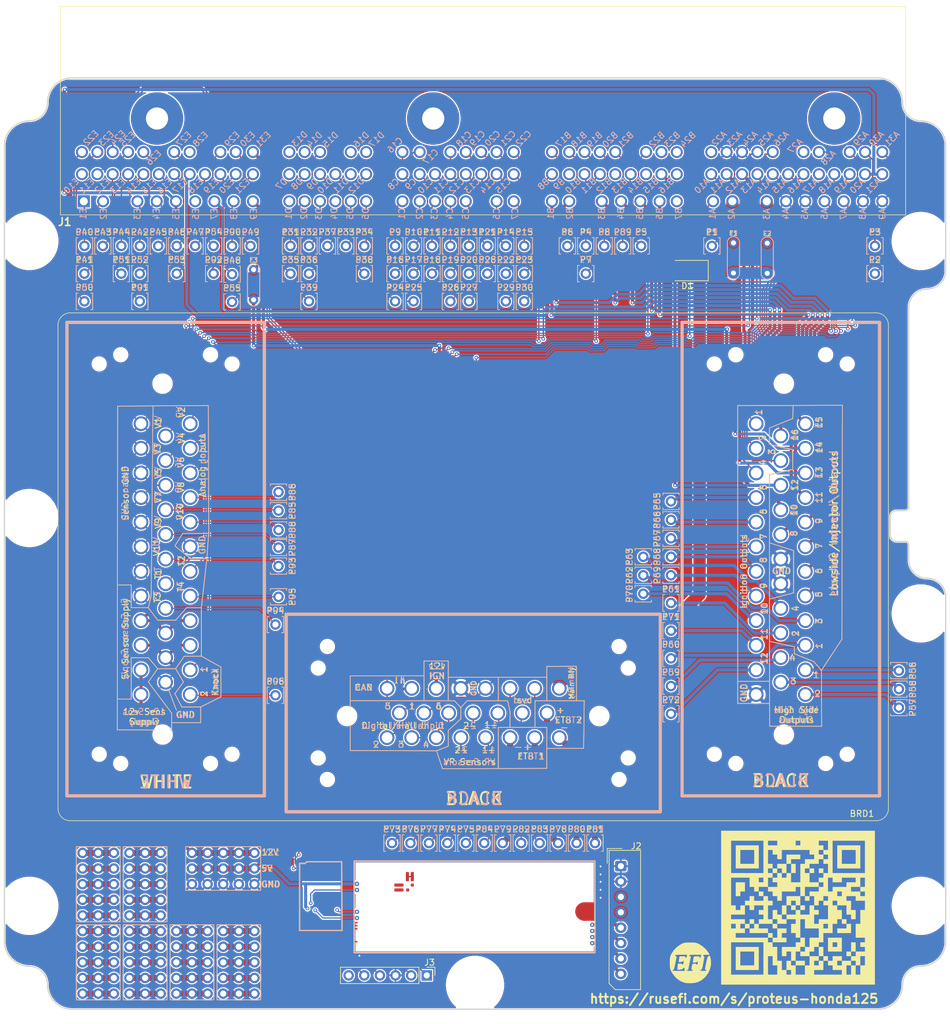
<source format=kicad_pcb>
(kicad_pcb (version 20210824) (generator pcbnew)
  (layers (0 "F.Cu" signal) (31 "B.Cu" signal) (34 "B.Paste" user) (35 "F.Paste" user) (36 "B.SilkS" user "B.Silkscreen") (37 "F.SilkS" user "F.Silkscreen") (38 "B.Mask" user) (39 "F.Mask" user) (44 "Edge.Cuts" user))
  (net 0 "")
  (net 1 "GND")
  (net 2 "/5V_SENSOR_1")
  (net 3 "/5V_SENSOR_2")
  (net 4 "/12V_PROT")
  (net 5 "/12V_MR")
  (net 6 "/OUT_MCS")
  (net 7 "Net-(F1-Pad1)")
  (net 8 "Net-(F2-Pad1)")
  (net 9 "/OUT_INJ4")
  (net 10 "/OUT_INJ2")
  (net 11 "/OUT_MAIN")
  (net 12 "/OUT_CHECK_ENGINE")
  (net 13 "/OUT_FUEL_PUMP")
  (net 14 "/OUT_IAC")
  (net 15 "/OUT_IMRC")
  (net 16 "/OUT_VTC")
  (net 17 "/OUT_INJ3")
  (net 18 "/OUT_INJ1")
  (net 19 "/OUT_IGN3")
  (net 20 "/OUT_VTS")
  (net 21 "/OUT_IGN4")
  (net 22 "/OUT_IGN2")
  (net 23 "/IN_KNOCK")
  (net 24 "/WBO_H-")
  (net 25 "/WBO_R_Trim")
  (net 26 "/WBO_Ip")
  (net 27 "/WBO_Vs{slash}Ip")
  (net 28 "/WBO_Vs")
  (net 29 "Net-(J3-Pad1)")
  (net 30 "Net-(J3-Pad2)")
  (net 31 "Net-(J3-Pad4)")
  (net 32 "Net-(J3-Pad5)")
  (net 33 "/OUT_IGN1")
  (net 34 "/IN_CRANK")
  (net 35 "/IN_VSS")
  (net 36 "/IN_CAM1")
  (net 37 "/IN_VTPSW")
  (net 38 "/IN_CAM2")
  (net 39 "/CAN_L")
  (net 40 "/CAN_H")
  (net 41 "/IN_VIGN")
  (net 42 "/IN_PPS2")
  (net 43 "/IN_TPS")
  (net 44 "/IN_BRAKE")
  (net 45 "/IN_MAP")
  (net 46 "/IN_IAT")
  (net 47 "/IN_PPS1")
  (net 48 "/IN_MRC")
  (net 49 "Net-(M1-PadJ1)")
  (net 50 "/IN_CLT")
  (net 51 "Net-(G1-Pad1)")
  (net 52 "Net-(G1-Pad12)")
  (net 53 "Net-(G1-Pad13)")
  (net 54 "Net-(G1-Pad14)")
  (net 55 "Net-(G1-Pad10)")
  (net 56 "Net-(G2-Pad1)")
  (net 57 "Net-(G2-Pad12)")
  (net 58 "Net-(G2-Pad13)")
  (net 59 "Net-(G2-Pad14)")
  (net 60 "Net-(G2-Pad10)")
  (net 61 "Net-(G3-Pad1)")
  (net 62 "Net-(G3-Pad12)")
  (net 63 "Net-(G3-Pad13)")
  (net 64 "Net-(G3-Pad14)")
  (net 65 "Net-(G3-Pad10)")
  (net 66 "Net-(G4-Pad1)")
  (net 67 "Net-(G4-Pad12)")
  (net 68 "Net-(G4-Pad13)")
  (net 69 "Net-(G4-Pad14)")
  (net 70 "Net-(G4-Pad10)")
  (net 71 "Net-(J1-PadA10)")
  (net 72 "Net-(J1-PadA28)")
  (net 73 "Net-(J1-PadA31)")
  (net 74 "Net-(J1-PadB10)")
  (net 75 "Net-(J1-PadB13)")
  (net 76 "Net-(J1-PadB18)")
  (net 77 "Net-(J1-PadB19)")
  (net 78 "Net-(J1-PadB20)")
  (net 79 "Net-(J1-PadB21)")
  (net 80 "Net-(J1-PadC1)")
  (net 81 "Net-(J1-PadC2)")
  (net 82 "Net-(J1-PadC3)")
  (net 83 "Net-(J1-PadC4)")
  (net 84 "Net-(J1-PadC5)")
  (net 85 "Net-(J1-PadC6)")
  (net 86 "Net-(J1-PadC7)")
  (net 87 "Net-(J1-PadC8)")
  (net 88 "Net-(J1-PadC9)")
  (net 89 "Net-(J1-PadC10)")
  (net 90 "Net-(J1-PadC11)")
  (net 91 "Net-(J1-PadC12)")
  (net 92 "Net-(J1-PadC13)")
  (net 93 "Net-(J1-PadC14)")
  (net 94 "Net-(J1-PadC15)")
  (net 95 "Net-(J1-PadC16)")
  (net 96 "Net-(J1-PadC17)")
  (net 97 "Net-(J1-PadC18)")
  (net 98 "Net-(J1-PadC19)")
  (net 99 "Net-(J1-PadC20)")
  (net 100 "Net-(J1-PadC21)")
  (net 101 "Net-(J1-PadC22)")
  (net 102 "Net-(J1-PadD2)")
  (net 103 "Net-(J1-PadD3)")
  (net 104 "Net-(J1-PadD5)")
  (net 105 "Net-(J1-PadD6)")
  (net 106 "Net-(J1-PadD8)")
  (net 107 "Net-(J1-PadD9)")
  (net 108 "Net-(J1-PadD10)")
  (net 109 "Net-(J1-PadD12)")
  (net 110 "Net-(J1-PadD15)")
  (net 111 "Net-(J1-PadE1)")
  (net 112 "Net-(J1-PadE2)")
  (net 113 "Net-(J1-PadE3)")
  (net 114 "Net-(J1-PadE8)")
  (net 115 "Net-(J1-PadE12)")
  (net 116 "Net-(J1-PadE13)")
  (net 117 "Net-(J1-PadE14)")
  (net 118 "Net-(J1-PadE15)")
  (net 119 "Net-(J1-PadE16)")
  (net 120 "Net-(J1-PadE18)")
  (net 121 "Net-(J1-PadE19)")
  (net 122 "Net-(J1-PadE20)")
  (net 123 "Net-(J1-PadE21)")
  (net 124 "Net-(J1-PadE23)")
  (net 125 "Net-(J1-PadE25)")
  (net 126 "Net-(J1-PadE26)")
  (net 127 "Net-(J1-PadE27)")
  (net 128 "Net-(J1-PadE29)")
  (net 129 "Net-(J1-PadE30)")
  (net 130 "Net-(M1-PadW2)")
  (net 131 "Net-(M1-PadW3)")
  (net 132 "Net-(M1-PadW4)")
  (net 133 "Net-(P85-Pad1)")
  (net 134 "Net-(P60-Pad1)")
  (net 135 "Net-(P62-Pad1)")
  (net 136 "Net-(P61-Pad1)")
  (net 137 "Net-(P63-Pad1)")
  (net 138 "Net-(P57-Pad1)")
  (net 139 "Net-(P56-Pad1)")
  (net 140 "Net-(P58-Pad1)")
  (net 141 "Net-(P59-Pad1)")
  (net 142 "Net-(P72-Pad1)")
  (net 143 "Net-(P71-Pad1)")
  (net 144 "Net-(P70-Pad1)")
  (net 145 "Net-(P69-Pad1)")
  (net 146 "Net-(P68-Pad1)")
  (net 147 "Net-(P67-Pad1)")
  (net 148 "Net-(P66-Pad1)")
  (net 149 "Net-(P65-Pad1)")
  (net 150 "Net-(P76-Pad1)")
  (net 151 "Net-(P74-Pad1)")
  (net 152 "Net-(P79-Pad1)")
  (net 153 "Net-(P78-Pad1)")
  (net 154 "Net-(P81-Pad1)")
  (net 155 "Net-(P73-Pad1)")
  (net 156 "Net-(P77-Pad1)")
  (net 157 "Net-(P75-Pad1)")
  (net 158 "Net-(P82-Pad1)")
  (net 159 "Net-(P80-Pad1)")
  (net 160 "Net-(P84-Pad1)")
  (net 161 "Net-(P83-Pad1)")
  (net 162 "Net-(P87-Pad1)")
  (net 163 "Net-(P93-Pad1)")
  (net 164 "Net-(P94-Pad1)")
  (net 165 "Net-(P86-Pad1)")
  (net 166 "Net-(P88-Pad1)")
  (net 167 "Net-(P95-Pad1)")
  (net 168 "Net-(P96-Pad1)")
  (net 169 "Net-(G7-Pad1)")
  (net 170 "Net-(G7-Pad12)")
  (net 171 "Net-(G7-Pad13)")
  (net 172 "Net-(G7-Pad14)")
  (net 173 "Net-(G7-Pad10)")
  (net 174 "Net-(G8-Pad1)")
  (net 175 "Net-(G8-Pad12)")
  (net 176 "Net-(G8-Pad13)")
  (net 177 "Net-(G8-Pad14)")
  (net 178 "Net-(G8-Pad10)")
  (net 179 "Net-(J1-PadE9)")
  (footprint "hellen-one-common:PAD-TH" (layer "F.Cu") (at 203.349999 147.3 90)
    (fp_text reference "P69")
    (fp_text value "Pad" hide)
  )
  (footprint "hellen-one-common:PAD-TH" (layer "F.Cu") (at 167.5 93.8)
    (fp_text reference "P12")
    (fp_text value "Pad" hide)
  )
  (footprint "hellen-one-common:PAD-TH" (layer "F.Cu") (at 114 98.3)
    (fp_text reference "P51")
    (fp_text value "Pad" hide)
  )
  (footprint "hellen-one-common:PAD-TH" (layer "F.Cu") (at 173 190.8)
    (fp_text reference "P84")
    (fp_text value "Pad" hide)
  )
  (footprint "hellen-one-common:PAD-TH" (layer "F.Cu") (at 139.549999 133.8 -90)
    (fp_text reference "P86")
    (fp_text value "Pad" hide)
  )
  (footprint "hellen-one-common:PAD-TH" (layer "F.Cu") (at 144.5 93.8)
    (fp_text reference "P32")
    (fp_text value "Pad" hide)
  )
  (footprint "hellen-one-common:PAD-TH" (layer "F.Cu") (at 198.849999 144.3 90)
    (fp_text reference "P63")
    (fp_text value "Pad" hide)
  )
  (footprint "hellen-one-common:PROTO_AREA" (layer "F.Cu") (at 115.32 202.56 90)
    (fp_text reference "G7" hide)
    (fp_text value "PROTO_AREA" hide)
  )
  (footprint "hellen-one-common:PAD-TH" (layer "F.Cu") (at 176 190.8)
    (fp_text reference "P79")
    (fp_text value "Pad" hide)
  )
  (footprint "hellen-one-common:PAD-TH" (layer "F.Cu") (at 108 93.8)
    (fp_text reference "P40")
    (fp_text value "Pad" hide)
  )
  (footprint "hellen-one-common:PAD-TH" (layer "F.Cu") (at 188 190.8)
    (fp_text reference "P80")
    (fp_text value "Pad" hide)
  )
  (footprint "hellen-one-common:PAD-TH" (layer "F.Cu") (at 108 102.8)
    (fp_text reference "P50")
    (fp_text value "Pad" hide)
  )
  (footprint "hellen-one-common:PAD-TH" (layer "F.Cu") (at 158.5 102.8)
    (fp_text reference "P24")
    (fp_text value "Pad" hide)
  )
  (footprint "hellen-one-common:PAD-1206-PAD" (layer "F.Cu") (at 219 95.8 -90)
    (fp_text reference "F2")
    (fp_text value "Fuse-Pad-Pad" hide)
  )
  (footprint "hellen-one-can-0.1:can" (layer "F.Cu") (at 142.881663 193.737501 -90)
    (fp_text reference "M2" hide)
    (fp_text value "Module-can-0.1" hide)
  )
  (footprint "hellen-one-common:PAD-TH" (layer "F.Cu") (at 203.349999 156.3)
    (fp_text reference "P71")
    (fp_text value "Pad" hide)
  )
  (footprint "hellen-one-common:PAD-TH" (layer "F.Cu") (at 203.349999 160.8)
    (fp_text reference "P60")
    (fp_text value "Pad" hide)
  )
  (footprint "hellen-one-common:PROTO_AREA" (layer "F.Cu") (at 107.7 202.56 90)
    (fp_text reference "G2" hide)
    (fp_text value "PROTO_AREA" hide)
  )
  (footprint "hellen-one-common:PAD-TH" (layer "F.Cu") (at 182 190.8)
    (fp_text reference "P83")
    (fp_text value "Pad" hide)
  )
  (footprint "hellen-one-common:PROTO_AREA" (layer "F.Cu") (at 135.64 197.48 180)
    (fp_text reference "G5" hide)
    (fp_text value "PROTO_AREA" hide)
  )
  (footprint "kicad6-libraries:rusefi_logo" (layer "F.Cu") (at 206.5 210.3)
    (fp_text reference "G6" hide)
    (fp_text value "RUSEFI_LOGO" hide)
  )
  (footprint "hellen-one-common:PAD-TH" (layer "F.Cu") (at 158.5 98.3)
    (fp_text reference "P16")
    (fp_text value "Pad" hide)
  )
  (footprint "hellen-one-common:PAD-TH" (layer "F.Cu") (at 189.5 93.8)
    (fp_text reference "P4")
    (fp_text value "Pad" hide)
  )
  (footprint "hellen-one-common:PAD-TH" (layer "F.Cu") (at 164.5 93.8)
    (fp_text reference "P11")
    (fp_text value "Pad" hide)
  )
  (footprint "hellen-one-common:PAD-TH" (layer "F.Cu") (at 203.349999 135.3 90)
    (fp_text reference "P65")
    (fp_text value "Pad" hide)
  )
  (footprint "hellen-one-common:PAD-TH" (layer "F.Cu") (at 167.5 98.3)
    (fp_text reference "P19")
    (fp_text value "Pad" hide)
  )
  (footprint "hellen-one-common:PAD-TH" (layer "F.Cu") (at 185 190.8)
    (fp_text reference "P78")
    (fp_text value "Pad" hide)
  )
  (footprint "hellen-one-common:PAD-TH" (layer "F.Cu") (at 198.5 93.8)
    (fp_text reference "P5")
    (fp_text value "Pad" hide)
  )
  (footprint "MountingHole:MountingHole_4.5mm" (layer "F.Cu") (at 99.05 93)
    (fp_text reference "J9" hide)
    (fp_text value "Conn_01x01")
  )
  (footprint "hellen-one-common:PAD-TH" (layer "F.Cu") (at 203.349999 138.3 90)
    (fp_text reference "P66")
    (fp_text value "Pad" hide)
  )
  (footprint "hellen-one-common:PAD-TH" (layer "F.Cu") (at 173.5 93.8)
    (fp_text reference "P21")
    (fp_text value "Pad" hide)
  )
  (footprint "hellen-one-common:PAD-TH" (layer "F.Cu") (at 210 93.8)
    (fp_text reference "P1")
    (fp_text value "Pad" hide)
  )
  (footprint "hellen-one-common:PAD-TH" (layer "F.Cu") (at 203.349999 165.3)
    (fp_text reference "P59")
    (fp_text value "Pad" hide)
  )
  (footprint "hellen-one-common:PAD-TH" (layer "F.Cu") (at 153.5 98.3)
    (fp_text reference "P38")
    (fp_text value "Pad" hide)
  )
  (footprint "hellen-one-common:PAD-TH" (layer "F.Cu") (at 139.049999 155.3)
    (fp_text reference "P94")
    (fp_text value "Pad" hide)
  )
  (footprint "hellen-one-common:PAD-1206-PAD" (layer "F.Cu") (at 213.5 95.75001 -90)
    (fp_text reference "F1")
    (fp_text value "Fuse-Pad-Pad" hide)
  )
  (footprint "hellen-one-common:PAD-TH" (layer "F.Cu") (at 158 190.8)
    (fp_text reference "P73")
    (fp_text value "Pad" hide)
  )
  (footprint "hellen-one-common:PAD-TH" (layer "F.Cu") (at 191 190.8)
    (fp_text reference "P81")
    (fp_text value "Pad" hide)
  )
  (footprint "hellen-one-common:PAD-TH" (layer "F.Cu") (at 176.5 102.8)
    (fp_text reference "P29")
    (fp_text value "Pad" hide)
  )
  (footprint "MountingHole:MountingHole_4.5mm" (layer "F.Cu") (at 99.05 201)
    (fp_text reference "J13" hide)
    (fp_text value "Conn_01x01")
  )
  (footprint "hellen-one-common:PAD-TH" (layer "F.Cu") (at 158.5 93.8)
    (fp_text reference "P9")
    (fp_text value "Pad" hide)
  )
  (footprint "hellen-one-common:PAD-TH" (layer "F.Cu") (at 123 98.3)
    (fp_text reference "P53")
    (fp_text value "Pad" hide)
  )
  (footprint "hellen-one-common:PAD-TH" (layer "F.Cu") (at 170.5 102.8)
    (fp_text reference "P27")
    (fp_text value "Pad" hide)
  )
  (footprint "hellen-one-common:PAD-TH" (layer "F.Cu") (at 147.5 93.8)
    (fp_text reference "P37")
    (fp_text value "Pad" hide)
  )
  (footprint "hellen-one-common:PAD-TH" (layer "F.Cu") (at 111 93.8)
    (fp_text reference "P43")
    (fp_text value "Pad" hide)
  )
  (footprint "MountingHole:MountingHole_4.5mm" (layer "F.Cu") (at 171.5 213.85)
    (fp_text reference "J10" hide)
    (fp_text value "Conn_01x01")
  )
  (footprint "hellen-one-common:PAD-TH" (layer "F.Cu") (at 114 93.8)
    (fp_text reference "P44")
    (fp_text value "Pad" hide)
  )
  (footprint "MountingHole:MountingHole_4.5mm" (layer "F.Cu") (at 243.95 153.5)
    (fp_text reference "J8" hide)
    (fp_text value "Conn_01x01")
  )
  (footprint "hellen-one-wbo-0.3:wbo" (layer "F.Cu") (at 151.75 208.725)
    (fp_text reference "M1" hide)
    (fp_text value "Module-wbo-0.3" hide)
  )
  (footprint "hellen-one-common:PAD-TH" (layer "F.Cu") (at 236.5 93.8)
    (fp_text reference "P3")
    (fp_text value "Pad" hide)
  )
  (footprint "Connector_PinHeader_2.54mm:PinHeader_1x06_P2.54mm_Vertical" (layer "F.Cu") (at 163.65 212.3 -90)
    (fp_text reference "J3")
    (fp_text value "Conn_01x06")
  )
  (footprint "hellen-one-common:PAD-TH" (layer "F.Cu") (at 129 98.3)
    (fp_text reference "P92")
    (fp_text value "Pad" hide)
  )
  (footprint "hellen-one-common:PAD-TH" (layer "F.Cu") (at 195.5 93.8)
    (fp_text reference "P89")
    (fp_text value "Pad" hide)
  )
  (footprint "hellen-one-common:PAD-TH" (layer "F.Cu") (at 192.5 93.8)
    (fp_text reference "P8")
    (fp_text value "Pad" hide)
  )
  (footprint "hellen-one-common:PAD-TH" (layer "F.Cu") (at 167 190.8)
    (fp_text reference "P74")
    (fp_text value "Pad" hide)
  )
  (footprint "hellen-one-common:PAD-TH" (layer "F.Cu") (at 117 93.8)
    (fp_text reference "P42")
    (fp_text value "Pad" hide)
  )
  (footprint "hellen-one-common:PAD-TH" (layer "F.Cu") (at 186.5 93.8)
    (fp_text reference "P6")
    (fp_text value "Pad" hide)
  )
  (footprint "hellen-one-common:PAD-TH" (layer "F.Cu") (at 141.5 93.8)
    (fp_text reference "P31")
    (fp_text value "Pad" hide)
  )
  (footprint "hellen-one-common:PAD-TH" (layer "F.Cu") (at 203.349999 141.3 90)
    (fp_text reference "P67")
    (fp_text value "Pad" hide)
  )
  (footprint "hellen-one-common:PAD-TH" (layer "F.Cu") (at 240.4 168.8 -90)
    (fp_text reference "P57")
    (fp_text value "Pad" hide)
  )
  (footprint "hellen-one-common:PAD-TH" (layer "F.Cu") (at 141.5 98.3)
    (fp_text reference "P35")
    (fp_text value "Pad" hide)
  )
  (footprint "hellen-one-common:PAD-TH" (layer "F.Cu") (at 170.5 93.8)
    (fp_text reference "P13")
    (fp_text value "Pad" hide)
  )
  (footprint "hellen-one-common:PAD-TH" (layer "F.Cu") (at 123 93.8)
    (fp_text reference "P46")
    (fp_text value "Pad" hide)
  )
  (footprint "hellen-one-common:PAD-TH" (layer "F.Cu") (at 161.5 93.8)
    (fp_text reference "P10")
    (fp_text value "Pad" hide)
  )
  (footprint "hellen-one-common:PAD-TH" (layer "F.Cu") (at 203.349999 169.8)
    (fp_text reference "P72")
    (fp_text value "Pad" hide)
  )
  (footprint "hellen-one-common:PAD-TH" (layer "F.Cu") (at 179.5 93.8)
    (fp_text reference "P15")
    (fp_text value "Pad" hide)
  )
  (footprint "hellen-one-common:PAD-TH" (layer "F.Cu") (at 203.349999 151.8)
    (fp_text reference "P61")
    (fp_text value "Pad" hide)
  )
  (footprint "hellen-one-common:PAD-TH" (layer "F.Cu") (at 139.549999 150.8 -90)
    (fp_text reference "P95")
    (fp_text value "Pad" hide)
  )
  (footprint "hellen-one-common:PAD-TH" (layer "F.Cu") (at 167.5 102.8)
    (fp_text reference "P26")
    (fp_text value "Pad" hide)
  )
  (footprint "hellen-one-common:PAD-TH" (layer "F.Cu") (at 144.5 98.3)
    (fp_text reference "P36")
    (fp_text value "Pad" hide)
  )
  (footprint "hellen-one-common:PROTO_AREA" (layer "F.Cu") (at 122.940001 215.26 90)
    (fp_text reference "G1" hide)
    (fp_text value "PROTO_AREA" hide)
  )
  (footprint "hellen-one-common:PAD-TH" (layer "F.Cu") (at 135 93.8)
    (fp_text reference "P49")
    (fp_text value "Pad" hide)
  )
  (footprint "hellen-one-common:PAD-TH" (layer "F.Cu") (at 139.049999 166.8)
    (fp_text reference "P96")
    (fp_text value "Pad" hide)
  )
  (footprint "hellen-one-common:PROTO_AREA" (layer "F.Cu") (at 107.7 215.26 90)
    (fp_text reference "G8" hide)
    (fp_text value "PROTO_AREA" hide)
  )
  (footprint "hellen-one-common:PAD-TH" (layer "F.Cu") (at 164.5 98.3)
    (fp_text reference "P18")
    (fp_text value "Pad" hide)
  )
  (footprint "hellen-one-common:PAD-TH" (layer "F.Cu") (at 179.5 102.8)
    (fp_text reference "P30")
    (fp_text value "Pad" hide)
  )
  (footprint "hellen-one-common:PAD-TH" (layer "F.Cu") (at 139.549999 139.95 -90)
    (fp_text reference "P88")
    (fp_text value "Pad" hide)
  )
  (footprint "hellen-one-common:PROTO_AREA" (layer "F.Cu") (at 115.32 215.259999 90)
    (fp_text reference "G4" hide)
    (fp_text value "PROTO_AREA" hide)
  )
  (footprint "hellen-one-common:PAD-TH" (layer "F.Cu") (at 161.5 98.3)
    (fp_text reference "P17")
    (fp_text value "Pad" hide)
  )
  (footprint "hellen-one-common:PAD-TH" (layer "F.Cu") (at 170 190.8)
    (fp_text reference "P75")
    (fp_text value "Pad" hide)
  )
  (footprint "hellen-one-common:PAD-TH" (layer "F.Cu") (at 120 93.8)
    (fp_text reference "P45")
    (fp_text value "Pad" hide)
  )
  (footprint "hellen-one-common:PAD-TH" (layer "F.Cu") (at 176.5 93.8)
    (fp_text reference "P14")
    (fp_text value "Pad" hide)
  )
  (footprint "hellen-one-common:PAD-TH" (layer "F.Cu") (at 139.549999 136.8 -90)
    (fp_text reference "P85")
    (fp_text value "Pad" hide)
  )
  (footprint "MountingHole:MountingHole_4.5mm" (layer "F.Cu") (at 243.95 93)
    (fp_text reference "J11" hide)
    (fp_text value "Conn_01x01")
  )
  (footprint "hellen-one-common:PAD-TH" (layer "F.Cu") (at 161 190.8)
    (fp_text reference "P76")
    (fp_text value "Pad" hide)
  )
  (footprint "hellen-one-common:PAD-TH" (layer "F.Cu") (at 132 93.8)
    (fp_text reference "P90")
    (fp_text value "Pad" hide)
  )
  (footprint "hellen-one-common:PAD-TH" (layer "F.Cu") (at 117 102.8)
    (fp_text reference "P91")
    (fp_text value "Pad" hide)
  )
  (footprint "hellen-one-common:PAD-TH" (layer "F.Cu") (at 240.4 165.8 -90)
    (fp_text reference "P58")
    (fp_text value "Pad" hide)
  )
  (footprint "hellen-one-common:PAD-TH" (layer "F.Cu") (at 170.5 98.3)
    (fp_text reference "P20")
    (fp_text value "Pad" hide)
  )
  (footprint "hellen-one-common:PAD-TH" (layer "F.Cu") (at 198.849999 147.3 90)
    (fp_text reference "P62")
    (fp_text value "Pad" hide)
  )
  (footprint "Diode_SMD:D_SMA" (layer "F.Cu") (at 206 97.8 180)
    (fp_text reference "D1")
    (fp_text value "D_Schottky")
  )
  (footprint "MountingHole:MountingHole_4.5mm" (layer "F.Cu") (at 99.05 138)
    (fp_text reference "J7" hide)
    (fp_text value "Conn_01x01")
  )
  (footprint "kicad6-libraries:proteus" (layer "F.Cu") (at 238.7 104.725 180)
    (fp_text reference "BRD1")
    (fp_text value "proteus")
  )
  (footprint "hellen-one-common:PAD-TH" (layer "F.Cu") (at 139.549999 142.8 -90)
    (fp_text reference "P87")
    (fp_text value "Pad" hide)
  )
  (footprint "hellen-one-common:PAD-TH" (layer "F.Cu") (at 189.5 98.3)
    (fp_text reference "P7")
    (fp_text value "Pad" hide)
  )
  (footprint "hellen-one-common:PAD-TH" (layer "F.Cu") (at 132 102.9)
    (fp_text reference "P55")
    (fp_text value "Pad" hide)
  )
  (footprint "hellen-one-common:PAD-TH" (layer "F.Cu") (at 164 190.8)
    (fp_text reference "P77")
    (fp_text value "Pad" hide)
  )
  (footprint "hellen-one-common:PAD-TH" (layer "F.Cu") (at 117 98.3)
    (fp_text reference "P52")
    (fp_text value "Pad" hide)
  )
  (footprint "hellen-one-common:PAD-TH" (layer "F.Cu") (at 161.5 102.8)
    (fp_text reference "P25")
    (fp_text value "Pad" hide)
  )
  (footprint "hellen-one-common:PAD-TH" (layer "F.Cu") (at 139.549999 145.8 -90)
    (fp_text reference "P93")
    (fp_text value "Pad" hide)
  )
  (footprint "hellen-one-common:PAD-TH" (layer "F.Cu") (at 198.849999 150.3 90)
    (fp_text reference "P70")
    (fp_text value "Pad" hide)
  )
  (footprint "hellen-one-common:PAD-TH" (layer "F.Cu") (at 176.5 98.3)
    (fp_text reference "P22")
    (fp_text value "Pad" hide)
  )
  (footprint "hellen-one-common:PAD-TH" (layer "F.Cu") (at 236.5 98.3)
    (fp_text reference "P2")
    (fp_text value "Pad" hide)
  )
  (footprint "hellen-one-common:PAD-1206-PAD" (layer "F.Cu") (at 135.5 100.1 -90)
    (fp_text reference "F3")
    (fp_text value "Fuse-Pad-Pad" hide)
  )
  (footprint "hellen-one-common:PAD-TH" (layer "F.Cu") (at 144.5 102.8)
    (fp_text reference "P39")
    (fp_text value "Pad" hide)
  )
  (footprint "hellen-one-common:PAD-TH" (layer "F.Cu") (at 153.5 93.8)
    (fp_text reference "P34")
    (fp_text value "Pad" hide)
  )
  (footprint "hellen-one-common:PAD-TH" (layer "F.Cu") (at 173.5 98.3)
    (fp_text reference "P28")
    (fp_text value "Pad" hide)
  )
  (footprint "hellen-one-common:PAD-TH" (layer "F.Cu") (at 179 190.8)
    (fp_text reference "P82")
    (fp_text value "Pad" hide)
  )
  (footprint "hellen-one-common:XH-8A" (layer "F.Cu") (at 196.3 203.3 -90)
    (fp_text reference "J2")
    (fp_text value "XH-8A")
  )
  (footprint "hellen-one-common:PAD-TH" (layer "F.Cu") (at 108 98.3)
    (fp_text reference "P41")
    (fp_text value "Pad" hide)
  )
  (footprint "MountingHole:MountingHole_4.5mm" (layer "F.Cu") (at 243.95 201)
    (fp_text reference "J12" hide)
    (fp_text value "Conn_01x01")
  )
  (footprint "kicad6-libraries:TE_1318612-1" (layer "F.Cu") (at 172.8 71.825)
    (fp_text reference "J1")
    (fp_text value "1318612-1" hide)
  )
  (footprint "hellen-one-common:PAD-TH" (layer "F.Cu") (at 203.349999 144.3 90)
    (fp_text reference "P68")
    (fp_text value "Pad" hide)
  )
  (footprint "hellen-one-common:PAD-TH" (layer "F.Cu") (at 129 93.8)
    (fp_text reference "P54")
    (fp_text value "Pad" hide)
  )
  (footprint "hellen-one-common:PROTO_AREA" (layer "F.Cu") (at 130.56 215.259999 90)
    (fp_text reference "G3" hide)
    (fp_text value "PROTO_AREA" hide)
  )
  (footprint "LOGO" (layer "F.Cu") (at 224 201.3)
    (fp_text reference "G***" hide)
    (fp_text value "LOGO" hide)
  )
  (footprint "hellen-one-common:PAD-TH" (layer "F.Cu") (at 132 98.4)
    (fp_text reference "P48")
    (fp_text value "Pad" hide)
  )
  (footprint "hellen-one-common:PAD-TH" (layer "F.Cu") (at 240.4 162.8 -90)
    (fp_text reference "P56")
    (fp_text value "Pad" hide)
  )
  (footprint "hellen-one-common:PAD-TH" (layer "F.Cu") (at 179.5 98.3)
    (fp_text reference "P23")
    (fp_text value "Pad" hide)
  )
  (footprint "hellen-one-common:PAD-TH" (layer "F.Cu") (at 150.5 93.8)
    (fp_text reference "P33")
    (fp_text value "Pad" hide)
  )
  (footprint "hellen-one-common:PAD-TH" (layer "F.Cu") (at 126 93.8)
    (fp_text reference "P47")
    (fp_text value "Pad" hide)
  )
  (gr_arc (start 99 70.500001) (end 102 70.5) (angle 90) (layer "Edge.Cuts") (width 0.2))
  (gr_line (start 248 97.8) (end 248 77.5) (layer "Edge.Cuts") (width 0.2))
  (gr_arc (start 105.999996 213.8) (end 105.999998 217.8) (angle 90) (layer "Edge.Cuts") (width 0.2))
  (gr_line (start 106 66.5) (end 237 66.5) (layer "Edge.Cuts") (width 0.2))
  (gr_arc (start 244.000002 206.8) (end 248 206.8) (angle 90) (layer "Edge.Cuts") (width 0.2))
  (gr_line (start 241.5 141.8) (end 240 141.8) (layer "Edge.Cuts") (width 0.2))
  (gr_line (start 106 217.8) (end 237 217.8) (layer "Edge.Cuts") (width 0.2))
  (gr_arc (start 240 140.800003) (end 240 141.8) (angle 90) (layer "Edge.Cuts") (width 0.2))
  (gr_arc (start 98.999996 206.8) (end 94.999998 206.8) (angle -90) (layer "Edge.Cuts") (width 0.2))
  (gr_line (start 239 140.8) (end 239 137.8) (layer "Edge.Cuts") (width 0.2))
  (gr_arc (start 245 103.8) (end 245 100.8) (angle -90) (layer "Edge.Cuts") (width 0.2))
  (gr_arc (start 244 213.8) (end 241 213.8) (angle 90) (layer "Edge.Cuts") (width 0.2))
  (gr_arc (start 105.999998 70.500001) (end 106 66.5) (angle -90) (layer "Edge.Cuts") (width 0.2))
  (gr_line (start 94.999998 206.8) (end 95 77.5) (layer "Edge.Cuts") (width 0.2))
  (gr_arc (start 237.000002 70.500001) (end 237 66.5) (angle 90) (layer "Edge.Cuts") (width 0.2))
  (gr_arc (start 245 150.8) (end 248 150.8) (angle -90) (layer "Edge.Cuts") (width 0.2))
  (gr_line (start 240 136.8) (end 241.5 136.8) (layer "Edge.Cuts") (width 0.2))
  (gr_arc (start 98.999998 213.8) (end 101.999998 213.8) (angle -90) (layer "Edge.Cuts") (width 0.2))
  (gr_arc (start 244 70.500001) (end 241 70.5) (angle -90) (layer "Edge.Cuts") (width 0.2))
  (gr_arc (start 241.5 142.299999) (end 242 142.3) (angle -90) (layer "Edge.Cuts") (width 0.2))
  (gr_arc (start 241.500001 136.3) (end 242 136.3) (angle 90) (layer "Edge.Cuts") (width 0.2))
  (gr_arc (start 239.999997 137.8) (end 240 136.8) (angle -90) (layer "Edge.Cuts") (width 0.2))
  (gr_line (start 242 136.3) (end 242 103.8) (layer "Edge.Cuts") (width 0.2))
  (gr_line (start 242 144.8) (end 242 142.3) (layer "Edge.Cuts") (width 0.2))
  (gr_arc (start 245 97.8) (end 248 97.8) (angle 90) (layer "Edge.Cuts") (width 0.2))
  (gr_arc (start 237.000002 213.8) (end 237 217.8) (angle -90) (layer "Edge.Cuts") (width 0.2))
  (gr_arc (start 98.999999 77.5) (end 95 77.5) (angle 90) (layer "Edge.Cuts") (width 0.2))
  (gr_arc (start 245 144.8) (end 245 147.8) (angle 90) (layer "Edge.Cuts") (width 0.2))
  (gr_line (start 248 206.8) (end 248 150.8) (layer "Edge.Cuts") (width 0.2))
  (gr_arc (start 244.000001 77.5) (end 248 77.5) (angle -90) (layer "Edge.Cuts") (width 0.2))
  (gr_text "5V" (at 138.8 194.94) (layer "B.SilkS") (effects (font (size 1 1)) (justify left mirror)))
  (gr_text "GND" (at 139.853618 197.5) (layer "B.SilkS") (effects (font (size 1 1)) (justify left mirror)))
  (gr_text "12V" (at 139.853618 192.3) (layer "B.SilkS") (effects (font (size 1 1)) (justify left mirror)))
  (gr_text "5V" (at 136.656 194.94) (layer "F.SilkS") (effects (font (size 1 1)) (justify left)))
  (gr_text "12V" (at 136.7 192.3) (layer "F.SilkS") (effects (font (size 1 1)) (justify left)))
  (gr_text "https://rusefi.com/s/proteus-honda125" (at 213.6 216.1) (layer "F.SilkS") (effects (font (size 1.5 1.5) (thickness 0.3))))
  (gr_text "GND" (at 136.7 197.5) (layer "F.SilkS") (effects (font (size 1 1)) (justify left)))
  (via (at 191.9 199.7) (size 0.6) (drill 0.3) (layers "F.Cu" "B.Cu") (net 1))
  (via (at 191.9 195.9) (size 0.6) (drill 0.3) (layers "F.Cu" "B.Cu") (net 1))
  (via (at 152.7 209.1) (size 0.6) (drill 0.3) (layers "F.Cu" "B.Cu") (net 1))
  (via (at 191.9 194.6) (size 0.6) (drill 0.3) (layers "F.Cu" "B.Cu") (net 1))
  (via (at 191.9 198.4) (size 0.6) (drill 0.3) (layers "F.Cu" "B.Cu") (net 1))
  (via (at 191.9 197.1) (size 0.6) (drill 0.3) (layers "F.Cu" "B.Cu") (net 1))
  (segment (start 104.724511 68.875489) (end 104.724511 68.475489) (width 0.5) (layer "F.Cu") (net 2))
  (segment (start 123.249512 131.349512) (end 122.174511 130.274511) (width 0.5) (layer "F.Cu") (net 2))
  (segment (start 119.3 117.496685) (end 118.775479 116.972164) (width 0.5) (layer "F.Cu") (net 2))
  (segment (start 119.2 96.4) (end 121.750489 93.849511) (width 0.5) (layer "F.Cu") (net 2))
  (segment (start 121.750489 93.349511) (end 121.9 93.2) (width 0.5) (layer "F.Cu") (net 2))
  (segment (start 122.88 92.12) (end 122.88 86.55) (width 0.5) (layer "F.Cu") (net 2))
  (segment (start 121.750489 93.249511) (end 122.88 92.12) (width 0.5) (layer "F.Cu") (net 2))
  (segment (start 119.600489 152.274511) (end 119.600489 140.01246) (width 0.5) (layer "F.Cu") (net 2))
  (segment (start 104.724511 85.175489) (end 104.724511 68.875489) (width 0.5) (layer "F.Cu") (net 2))
  (segment (start 119.2 114.953315) (end 119.2 96.4) (width 0.5) (layer "F.Cu") (net 2))
  (segment (start 119.2 154.675) (end 121.2 156.675) (width 0.5) (layer "F.Cu") (net 2))
  (segment (start 123.2 154.675) (end 125.2 154.675) (width 0.5) (layer "F.Cu") (net 2))
  (segment (start 120.255986 130.274511) (end 119.3 129.318525) (width 0.5) (layer "F.Cu") (net 2))
  (segment (start 117.2 154.675) (end 119.2 154.675) (width 0.5) (layer "F.Cu") (net 2))
  (segment (start 119.600489 140.01246) (end 121.312949 138.3) (width 0.5) (layer "F.Cu") (net 2))
  (segment (start 122.174511 130.274511) (end 120.255986 130.274511) (width 0.5) (layer "F.Cu") (net 2))
  (segment (start 118.775479 115.377836) (end 119.2 114.953315) (width 0.5) (layer "F.Cu") (net 2))
  (segment (start 118.775479 116.972164) (end 118.775479 115.377836) (width 0.5) (layer "F.Cu") (net 2))
  (segment (start 121.750489 93.849511) (end 121.750489 93.349511) (width 0.5) (layer "F.Cu") (net 2))
  (segment (start 119.3 129.318525) (end 119.3 117.496685) (width 0.5) (layer "F.Cu") (net 2))
  (segment (start 104.724511 68.475489) (end 104.8 68.4) (width 0.5) (layer "F.Cu") (net 2))
  (segment (start 122.287052 138.3) (end 123.249512 137.33754) (width 0.5) (layer "F.Cu") (net 2))
  (segment (start 121.9 93.2) (end 121.750489 93.249511) (width 0.5) (layer "F.Cu") (net 2))
  (segment (start 121.312949 138.3) (end 122.287052 138.3) (width 0.5) (layer "F.Cu") (net 2))
  (segment (start 121.2 156.675) (end 123.2 154.675) (width 0.5) (layer "F.Cu") (net 2))
  (segment (start 123.249512 137.33754) (end 123.249512 131.349512) (width 0.5) (layer "F.Cu") (net 2))
  (segment (start 117.2 154.675) (end 119.600489 152.274511) (width 0.5) (layer "F.Cu") (net 2))
  (via (at 104.8 68.4) (size 0.6) (drill 0.3) (layers "F.Cu" "B.Cu") (net 2))
  (via (at 104.724511 85.175489) (size 0.6) (drill 0.3) (layers "F.Cu" "B.Cu") (net 2))
  (segment (start 237.7 82.15) (end 234.9 82.15) (width 0.5) (layer "B.Cu") (net 2))
  (segment (start 104.8 68.4) (end 235.5 68.4) (width 0.5) (layer "B.Cu") (net 2))
  (segment (start 236.325489 69.225489) (end 236.325489 82.025489) (width 0.5) (layer "B.Cu") (net 2))
  (segment (start 236.325489 82.025489) (end 236.45 82.15) (width 0.5) (layer "B.Cu") (net 2))
  (segment (start 122.88 86.55) (end 121.505489 85.175489) (width 0.5) (layer "B.Cu") (net 2))
  (segment (start 235.5 68.4) (end 236.325489 69.225489) (width 0.5) (layer "B.Cu") (net 2))
  (segment (start 121.505489 85.175489) (end 104.724511 85.175489) (width 0.5) (layer "B.Cu") (net 2))
  (segment (start 137.2 192.192924) (end 137.2 193.38) (width 0.5) (layer "F.Cu") (net 3))
  (segment (start 117.2 158.675) (end 119.2 158.675) (width 0.5) (layer "F.Cu") (net 3))
  (segment (start 136.007076 191) (end 137.2 192.192924) (width 0.5) (layer "F.Cu") (net 3))
  (segment (start 119.2 158.675) (end 121.2 160.675) (width 0.5) (layer "F.Cu") (net 3))
  (segment (start 125.2 158.675) (end 123.2 158.675) (width 0.5) (layer "F.Cu") (net 3))
  (segment (start 137.2 193.38) (end 135.64 194.94) (width 0.5) (layer "F.Cu") (net 3))
  (segment (start 121.2 160.675) (end 122.799511 162.274511) (width 0.5) (layer "F.Cu") (net 3))
  (segment (start 126.1 191) (end 136.007076 191) (width 0.5) (layer "F.Cu") (net 3))
  (segment (start 122.799511 187.699511) (end 126.1 191) (width 0.5) (layer "F.Cu") (net 3))
  (segment (start 135.64 194.94) (end 125.48 194.94) (width 1) (layer "F.Cu") (net 3))
  (segment (start 123.2 158.675) (end 121.2 160.675) (width 0.5) (layer "F.Cu") (net 3))
  (segment (start 122.799511 162.274511) (end 122.799511 187.699511) (width 0.5) (layer "F.Cu") (net 3))
  (segment (start 143.956663 197.425) (end 141.325 197.425) (width 0.5) (layer "B.Cu") (net 3))
  (segment (start 143.956663 197.425) (end 152.3 197.425) (width 0.5) (layer "B.Cu") (net 3))
  (segment (start 143.956663 201.137499) (end 143.956663 197.425) (width 0.5) (layer "B.Cu") (net 3))
  (segment (start 138.84 194.94) (end 135.64 194.94) (width 0.5) (layer "B.Cu") (net 3))
  (segment (start 141.325 197.425) (end 138.84 194.94) (width 0.5) (layer "B.Cu") (net 3))
  (segment (start 144.256662 201.437498) (end 143.956663 201.137499) (width 0.5) (layer "B.Cu") (net 3))
  (segment (start 117.2 163.125001) (end 117.2 184.119999) (width 0.5) (layer "F.Cu") (net 4))
  (segment (start 125.48 192.4) (end 135.64 192.4) (width 1) (layer "F.Cu") (net 4))
  (segment (start 117.2 184.119999) (end 125.48 192.4) (width 0.5) (layer "F.Cu") (net 4))
  (segment (start 195.799511 154.300489) (end 204.127248 154.300489) (width 2) (layer "F.Cu") (net 5))
  (segment (start 185.2 164.9) (end 195.799511 154.300489) (width 2) (layer "F.Cu") (net 5))
  (segment (start 208 150.427737) (end 208 97.8) (width 2) (layer "F.Cu") (net 5))
  (segment (start 204.127248 154.300489) (end 208 150.427737) (width 2) (layer "F.Cu") (net 5))
  (segment (start 185.2 165.675) (end 185.2 164.9) (width 2) (layer "F.Cu") (net 5))
  (segment (start 208 97.8) (end 213.09999 97.8) (width 2) (layer "F.Cu") (net 5))
  (segment (start 213.09999 97.8) (end 213.5 98.20001) (width 2) (layer "F.Cu") (net 5))
  (segment (start 219 98.25) (end 213.54999 98.25) (width 2) (layer "B.Cu") (net 5))
  (segment (start 213.54999 98.25) (end 213.5 98.20001) (width 2) (layer "B.Cu") (net 5))
  (segment (start 202.874511 83.224511) (end 202.874511 96.674511) (width 0.5) (layer "F.Cu") (net 6))
  (segment (start 204 97.8) (end 204 132.7) (width 0.5) (layer "F.Cu") (net 6))
  (segment (start 201.8 82.15) (end 202.874511 83.224511) (width 0.5) (layer "F.Cu") (net 6))
  (segment (start 202.874511 96.674511) (end 204 97.8) (width 0.5) (layer "F.Cu") (net 6))
  (via (at 204 132.7) (size 0.6) (drill 0.3) (layers "F.Cu" "B.Cu") (net 6))
  (segment (start 204.025 132.675) (end 221.2 132.675) (width 0.5) (layer "B.Cu") (net 6))
  (segment (start 204 132.7) (end 204.025 132.675) (width 0.5) (layer "B.Cu") (net 6))
  (segment (start 213.33 93.13001) (end 213.5 93.30001) (width 2) (layer "F.Cu") (net 7))
  (segment (start 213.33 86.55) (end 213.33 93.13001) (width 2) (layer "F.Cu") (net 7))
  (segment (start 218.92 86.55) (end 218.92 93.27) (width 2) (layer "F.Cu") (net 8))
  (segment (start 218.92 93.27) (end 219 93.35) (width 2) (layer "F.Cu") (net 8))
  (segment (start 184.6995 103.00146) (end 184.6995 88.6505) (width 0.5) (layer "F.Cu") (net 9))
  (segment (start 184.6995 88.6505) (end 186.8 86.55) (width 0.5) (layer "F.Cu") (net 9))
  (segment (start 228.848559 137.244037) (end 228.848559 120.49288) (width 0.5) (layer "F.Cu") (net 9))
  (segment (start 228.7 147.175) (end 228.7 137.930678) (width 0.5) (layer "F.Cu") (net 9))
  (segment (start 228.8 105.644939) (end 228.8 105) (width 0.5) (layer "F.Cu") (net 9))
  (segment (start 225.2 150.675) (end 228.7 147.175) (width 0.5) (layer "F.Cu") (net 9))
  (segment (start 226.69808 107.746859) (end 228.8 105.644939) (width 0.5) (layer "F.Cu") (net 9))
  (segment (start 226.69808 118.3424) (end 226.69808 107.746859) (width 0.5) (layer "F.Cu") (net 9))
  (segment (start 228.848559 120.49288) (end 226.69808 118.3424) (width 0.5) (layer "F.Cu") (net 9))
  (segment (start 228.7 137.930678) (end 228.84856 137.782117) (width 0.5) (layer "F.Cu") (net 9))
  (segment (start 228.84856 137.782117) (end 228.848559 137.244037) (width 0.5) (layer "F.Cu") (net 9))
  (via (at 184.6995 103.00146) (size 0.6) (drill 0.3) (layers "F.Cu" "B.Cu") (net 9))
  (via (at 228.8 105) (size 0.6) (drill 0.3) (layers "F.Cu" "B.Cu") (net 9))
  (segment (start 193.29854 103.00146) (end 184.6995 103.00146) (width 0.5) (layer "B.Cu") (net 9))
  (segment (start 215.4 100.251441) (end 199.448559 100.251441) (width 0.5) (layer "B.Cu") (net 9))
  (segment (start 221.151441 100.251441) (end 215.4 100.251441) (width 0.5) (layer "B.Cu") (net 9))
  (segment (start 228.8 105) (end 228.8 104.355061) (width 0.5) (layer "B.Cu") (net 9))
  (segment (start 198.047571 101.652429) (end 194.730472 101.652429) (width 0.5) (layer "B.Cu") (net 9))
  (segment (start 224.1 102.30096) (end 223.20096 102.30096) (width 0.5) (layer "B.Cu") (net 9))
  (segment (start 226.745899 102.300961) (end 224.1 102.30096) (width 0.5) (layer "B.Cu") (net 9))
  (segment (start 194.647571 101.652429) (end 193.29854 103.00146) (width 0.5) (layer "B.Cu") (net 9))
  (segment (start 194.730472 101.652429) (end 194.647571 101.652429) (width 0.5) (layer "B.Cu") (net 9))
  (segment (start 199.448559 100.251441) (end 198.047571 101.652429) (width 0.5) (layer "B.Cu") (net 9))
  (segment (start 223.20096 102.30096) (end 221.151441 100.251441) (width 0.5) (layer "B.Cu") (net 9))
  (segment (start 228.8 104.355061) (end 226.745899 102.300961) (width 0.5) (layer "B.Cu") (net 9))
  (segment (start 227.4 140.475) (end 225.2 142.675) (width 0.5) (layer "F.Cu") (net 10))
  (segment (start 225.39904 118.88048) (end 227.54952 121.03096) (width 0.5) (layer "F.Cu") (net 10))
  (segment (start 196.1 87.41) (end 195.24 86.55) (width 0.5) (layer "F.Cu") (net 10))
  (segment (start 197.1 93.106428) (end 196.1 92.106428) (width 0.5) (layer "F.Cu") (net 10))
  (segment (start 227.4 137.393559) (end 227.4 140.475) (width 0.5) (layer "F.Cu") (net 10))
  (segment (start 227.54952 137.244039) (end 227.4 137.393559) (width 0.5) (layer "F.Cu") (net 10))
  (segment (start 225.39904 107.208779) (end 225.39904 118.88048) (width 0.5) (layer "F.Cu") (net 10))
  (segment (start 227.199004 105.000189) (end 227.199004 105.408815) (width 0.5) (layer "F.Cu") (net 10))
  (segment (start 227.199004 105.408815) (end 225.39904 107.208779) (width 0.5) (layer "F.Cu") (net 10))
  (segment (start 196.1 92.106428) (end 196.1 87.41) (width 0.5) (layer "F.Cu") (net 10))
  (segment (start 197.1 103.00146) (end 197.1 93.106428) (width 0.5) (layer "F.Cu") (net 10))
  (segment (start 227.54952 121.03096) (end 227.54952 137.244039) (width 0.5) (layer "F.Cu") (net 10))
  (via (at 227.199004 105.000189) (size 0.6) (drill 0.3) (layers "F.Cu" "B.Cu") (net 10))
  (via (at 197.1 103.00146) (size 0.6) (drill 0.3) (layers "F.Cu" "B.Cu") (net 10))
  (segment (start 198.6119 103.00146) (end 200.062879 101.550481) (width 0.5) (layer "B.Cu") (net 10))
  (segment (start 227.199004 104.591185) (end 227.199004 105.000189) (width 0.5) (layer "B.Cu") (net 10))
  (segment (start 226.207819 103.6) (end 227.199004 104.591185) (width 0.5) (layer "B.Cu") (net 10))
  (segment (start 200.062879 101.550481) (end 220.54392 101.550481) (width 0.5) (layer "B.Cu") (net 10))
  (segment (start 197.1 103.00146) (end 198.6119 103.00146) (width 0.5) (layer "B.Cu") (net 10))
  (segment (start 222.593439 103.6) (end 226.207819 103.6) (width 0.5) (layer "B.Cu") (net 10))
  (segment (start 220.54392 101.550481) (end 222.593439 103.6) (width 0.5) (layer "B.Cu") (net 10))
  (segment (start 226.9 121.3) (end 224.74952 119.14952) (width 0.5) (layer "F.Cu") (net 11))
  (segment (start 226.9 136.975) (end 226.9 121.3) (width 0.5) (layer "F.Cu") (net 11))
  (segment (start 225.2 138.675) (end 226.9 136.975) (width 0.5) (layer "F.Cu") (net 11))
  (segment (start 226.449502 105.239757) (end 226.449502 104.999476) (width 0.5) (layer "F.Cu") (net 11))
  (segment (start 224.74952 119.14952) (end 224.74952 106.939739) (width 0.5) (layer "F.Cu") (net 11))
  (segment (start 224.74952 106.939739) (end 226.449502 105.239757) (width 0.5) (layer "F.Cu") (net 11))
  (via (at 226.449502 104.999476) (size 0.6) (drill 0.3) (layers "F.Cu" "B.Cu") (net 11))
  (segment (start 131.04904 104.45096) (end 130.5 103.90192) (width 0.5) (layer "B.Cu") (net 11))
  (segment (start 200.33192 102.2) (end 198.83096 103.70096) (width 0.5) (layer "B.Cu") (net 11))
  (segment (start 220.274879 102.2) (end 200.33192 102.2) (width 0.5) (layer "B.Cu") (net 11))
  (segment (start 130.5 103.90192) (end 130.5 87.91) (width 0.5) (layer "B.Cu") (net 11))
  (segment (start 182.591722 104.45096) (end 131.04904 104.45096) (width 0.5) (layer "B.Cu") (net 11))
  (segment (start 226.449502 104.999476) (end 226.449502 104.760243) (width 0.5) (layer "B.Cu") (net 11))
  (segment (start 222.32586 104.250981) (end 220.274879 102.2) (width 0.5) (layer "B.Cu") (net 11))
  (segment (start 226.449502 104.760243) (end 225.94024 104.250981) (width 0.5) (layer "B.Cu") (net 11))
  (segment (start 198.83096 103.70096) (end 183.341722 103.70096) (width 0.5) (layer "B.Cu") (net 11))
  (segment (start 183.341722 103.70096) (end 182.591722 104.45096) (width 0.5) (layer "B.Cu") (net 11))
  (segment (start 130.5 87.91) (end 129.14 86.55) (width 0.5) (layer "B.Cu") (net 11))
  (segment (start 225.94024 104.250981) (end 222.32586 104.250981) (width 0.5) (layer "B.Cu") (net 11))
  (segment (start 137.1 80.25) (end 135.4 78.55) (width 0.5) (layer "F.Cu") (net 12))
  (segment (start 137.1 107.0495) (end 137.1 80.25) (width 0.5) (layer "F.Cu") (net 12))
  (segment (start 221.2 136.675) (end 221.2 135.8125) (width 0.5) (layer "F.Cu") (net 12))
  (segment (start 216.1 132.7) (end 212.400479 129.000479) (width 0.5) (layer "F.Cu") (net 12))
  (segment (start 137.4 107.3495) (end 137.1 107.0495) (width 0.5) (layer "F.Cu") (net 12))
  (segment (start 212.400479 107.449021) (end 212.5 107.3495) (width 0.5) (layer "F.Cu") (net 12))
  (segment (start 221.2 135.8125) (end 218.0875 132.7) (width 0.5) (layer "F.Cu") (net 12))
  (segment (start 218.0875 132.7) (end 216.1 132.7) (width 0.5) (layer "F.Cu") (net 12))
  (segment (start 212.400479 129.000479) (end 212.400479 107.449021) (width 0.5) (layer "F.Cu") (net 12))
  (via (at 137.4 107.3495) (size 0.6) (drill 0.3) (layers "F.Cu" "B.Cu") (net 12))
  (via (at 212.5 107.3495) (size 0.6) (drill 0.3) (layers "F.Cu" "B.Cu") (net 12))
  (segment (start 212.5 107.3495) (end 137.4 107.3495) (width 0.5) (layer "B.Cu") (net 12))
  (segment (start 223.600489 133.075489) (end 225.2 134.675) (width 0.5) (layer "F.Cu") (net 13))
  (segment (start 223.600489 123.444877) (end 223.600489 133.075489) (width 0.5) (layer "F.Cu") (net 13))
  (segment (start 219.39616 119.240548) (end 223.600489 123.444877) (width 0.5) (layer "F.Cu") (net 13))
  (segment (start 219.39616 108.925473) (end 219.39616 119.240548) (width 0.5) (layer "F.Cu") (net 13))
  (segment (start 221 104.201) (end 221 107.321633) (width 0.5) (layer "F.Cu") (net 13))
  (segment (start 221 107.321633) (end 219.39616 108.925473) (width 0.5) (layer "F.Cu") (net 13))
  (via (at 221 104.201) (size 0.6) (drill 0.3) (layers "F.Cu" "B.Cu") (net 13))
  (segment (start 126.34998 105.10048) (end 124.635489 103.385989) (width 0.5) (layer "B.Cu") (net 13))
  (segment (start 182.860761 105.10048) (end 126.34998 105.10048) (width 0.5) (layer "B.Cu") (net 13))
  (segment (start 221 104.201) (end 221 103.843681) (width 0.5) (layer "B.Cu") (net 13))
  (segment (start 183.610761 104.35048) (end 182.860761 105.10048) (width 0.5) (layer "B.Cu") (net 13))
  (segment (start 124.635489 103.385989) (end 124.635489 82.614511) (width 0.5) (layer "B.Cu") (net 13))
  (segment (start 124.635489 82.614511) (end 125.1 82.15) (width 0.5) (layer "B.Cu") (net 13))
  (segment (start 221 103.843681) (end 220.006798 102.85048) (width 0.5) (layer "B.Cu") (net 13))
  (segment (start 220.006798 102.85048) (end 200.6 102.85048) (width 0.5) (layer "B.Cu") (net 13))
  (segment (start 199.1 104.35048) (end 183.610761 104.35048) (width 0.5) (layer "B.Cu") (net 13))
  (segment (start 200.6 102.85048) (end 199.1 104.35048) (width 0.5) (layer "B.Cu") (net 13))
  (segment (start 216.04952 114.650479) (end 216.04952 107.53925) (width 0.5) (layer "F.Cu") (net 14))
  (segment (start 216.600011 106.988759) (end 216.600011 83.850011) (width 0.5) (layer "F.Cu") (net 14))
  (segment (start 216.04952 107.53925) (end 216.600011 106.988759) (width 0.5) (layer "F.Cu") (net 14))
  (segment (start 216.600011 83.850011) (end 214.9 82.15) (width 0.5) (layer "F.Cu") (net 14))
  (segment (start 214.499511 128.999511) (end 214.499511 116.200489) (width 0.5) (layer "F.Cu") (net 14))
  (segment (start 214.499511 116.200489) (end 216.04952 114.650479) (width 0.5) (layer "F.Cu") (net 14))
  (segment (start 214.5 129) (end 214.499511 128.999511) (width 0.5) (layer "F.Cu") (net 14))
  (via (at 214.5 129) (size 0.6) (drill 0.3) (layers "F.Cu" "B.Cu") (net 14))
  (segment (start 220.675 130.675) (end 225.650001 130.675) (width 0.5) (layer "B.Cu") (net 14))
  (segment (start 219.075489 129.075489) (end 220.675 130.675) (width 0.5) (layer "B.Cu") (net 14))
  (segment (start 214.575489 129.075489) (end 219.075489 129.075489) (width 0.5) (layer "B.Cu") (net 14))
  (segment (start 214.5 129) (end 214.575489 129.075489) (width 0.5) (layer "B.Cu") (net 14))
  (segment (start 215.4 114.38144) (end 215.4 107.8) (width 0.5) (layer "F.Cu") (net 15))
  (segment (start 215.200989 107.600989) (end 215.200989 84.950989) (width 0.5) (layer "F.Cu") (net 15))
  (segment (start 215.200989 84.950989) (end 212.4 82.15) (width 0.5) (layer "F.Cu") (net 15))
  (segment (start 213.8 124.352413) (end 213.8 115.98144) (width 0.5) (layer "F.Cu") (net 15))
  (segment (start 215.4 107.8) (end 215.200989 107.600989) (width 0.5) (layer "F.Cu") (net 15))
  (segment (start 213.8 115.98144) (end 215.4 114.38144) (width 0.5) (layer "F.Cu") (net 15))
  (via (at 213.8 124.352413) (size 0.6) (drill 0.3) (layers "F.Cu" "B.Cu") (net 15))
  (segment (start 220.775 126.675) (end 225.650001 126.675) (width 0.5) (layer "B.Cu") (net 15))
  (segment (start 213.8 124.352413) (end 218.452413 124.352413) (width 0.5) (layer "B.Cu") (net 15))
  (segment (start 218.452413 124.352413) (end 220.775 126.675) (width 0.5) (layer "B.Cu") (net 15))
  (segment (start 183.9 105.0505) (end 184 104.9505) (width 0.5) (layer "F.Cu") (net 16))
  (segment (start 221.2 122.881508) (end 221.2 124.675) (width 0.5) (layer "F.Cu") (net 16))
  (segment (start 219.4495 107.035013) (end 218.09712 108.387394) (width 0.5) (layer "F.Cu") (net 16))
  (segment (start 184 104.9505) (end 184 86.55) (width 0.5) (layer "F.Cu") (net 16))
  (segment (start 218.097121 119.778629) (end 221.2 122.881508) (width 0.5) (layer "F.Cu") (net 16))
  (segment (start 218.09712 108.387394) (end 218.097121 119.778629) (width 0.5) (layer "F.Cu") (net 16))
  (segment (start 219.4495 104.201) (end 219.4495 107.035013) (width 0.5) (layer "F.Cu") (net 16))
  (via (at 183.9 105.0505) (size 0.6) (drill 0.3) (layers "F.Cu" "B.Cu") (net 16))
  (via (at 219.4495 104.201) (size 0.6) (drill 0.3) (layers "F.Cu" "B.Cu") (net 16))
  (segment (start 183.9505 105) (end 183.9 105.0505) (width 0.5) (layer "B.Cu") (net 16))
  (segment (start 201.310252 104.200489) (end 200.510741 105) (width 0.5) (layer "B.Cu") (net 16))
  (segment (start 219.448989 104.200489) (end 201.310252 104.200489) (width 0.5) (layer "B.Cu") (net 16))
  (segment (start 219.4495 104.201) (end 219.448989 104.200489) (width 0.5) (layer "B.Cu") (net 16))
  (segment (start 200.510741 105) (end 183.9505 105) (width 0.5) (layer "B.Cu") (net 16))
  (segment (start 194.3 103.00146) (end 194.250489 102.951949) (width 0.5) (layer "F.Cu") (net 17))
  (segment (start 227.948494 105.577885) (end 226.04856 107.477819) (width 0.5) (layer "F.Cu") (net 17))
  (segment (start 228.04952 140.744039) (end 227.9 140.893559) (width 0.5) (layer "F.Cu") (net 17))
  (segment (start 227.948494 104.995826) (end 227.948494 105.577885) (width 0.5) (layer "F.Cu") (net 17))
  (segment (start 226.04856 118.61144) (end 228.199039 120.761919) (width 0.5) (layer "F.Cu") (net 17))
  (segment (start 228.04952 137.662598) (end 228.04952 140.744039) (width 0.5) (layer "F.Cu") (net 17))
  (segment (start 228.199039 120.761919) (end 228.19904 137.513078) (width 0.5) (layer "F.Cu") (net 17))
  (segment (start 228.19904 137.513078) (end 228.04952 137.662598) (width 0.5) (layer "F.Cu") (net 17))
  (segment (start 227.9 143.975) (end 225.2 146.675) (width 0.5) (layer "F.Cu") (net 17))
  (segment (start 226.04856 107.477819) (end 226.04856 118.61144) (width 0.5) (layer "F.Cu") (net 17))
  (segment (start 194.250489 102.951949) (end 194.250489 88.690489) (width 0.5) (layer "F.Cu") (net 17))
  (segment (start 227.9 140.893559) (end 227.9 143.975) (width 0.5) (layer "F.Cu") (net 17))
  (segment (start 194.250489 88.690489) (end 192.11 86.55) (width 0.5) (layer "F.Cu") (net 17))
  (via (at 227.948494 104.995826) (size 0.6) (drill 0.3) (layers "F.Cu" "B.Cu") (net 17))
  (via (at 194.3 103.00146) (size 0.6) (drill 0.3) (layers "F.Cu" "B.Cu") (net 17))
  (segment (start 227.948494 104.422115) (end 227.948494 104.995826) (width 0.5) (layer "B.Cu") (net 17))
  (segment (start 222.862479 102.95048) (end 226.47686 102.950481) (width 0.5) (layer "B.Cu") (net 17))
  (segment (start 220.81296 100.900961) (end 222.862479 102.95048) (width 0.5) (layer "B.Cu") (net 17))
  (segment (start 194.3 103.00146) (end 194.999511 102.301949) (width 0.5) (layer "B.Cu") (net 17))
  (segment (start 226.47686 102.950481) (end 227.948494 104.422115) (width 0.5) (layer "B.Cu") (net 17))
  (segment (start 199.79384 100.900961) (end 220.81296 100.900961) (width 0.5) (layer "B.Cu") (net 17))
  (segment (start 198.392852 102.301949) (end 199.79384 100.900961) (width 0.5) (layer "B.Cu") (net 17))
  (segment (start 194.999511 102.301949) (end 198.392852 102.301949) (width 0.5) (layer "B.Cu") (net 17))
  (segment (start 222.9 123.662948) (end 218.74664 119.509588) (width 0.5) (layer "F.Cu") (net 18))
  (segment (start 221.2 140.675) (end 222.9 138.975) (width 0.5) (layer "F.Cu") (net 18))
  (segment (start 200.2 104.3005) (end 200.2 88.38) (width 0.5) (layer "F.Cu") (net 18))
  (segment (start 218.74664 119.509588) (end 218.74664 108.656433) (width 0.5) (layer "F.Cu") (net 18))
  (segment (start 220.199003 107.20407) (end 220.199003 104.201) (width 0.5) (layer "F.Cu") (net 18))
  (segment (start 218.74664 108.656433) (end 220.199003 107.20407) (width 0.5) (layer "F.Cu") (net 18))
  (segment (start 222.9 138.975) (end 222.9 123.662948) (width 0.5) (layer "F.Cu") (net 18))
  (segment (start 200.2 88.38) (end 198.37 86.55) (width 0.5) (layer "F.Cu") (net 18))
  (via (at 200.2 104.3005) (size 0.6) (drill 0.3) (layers "F.Cu" "B.Cu") (net 18))
  (via (at 220.199003 104.201) (size 0.6) (drill 0.3) (layers "F.Cu" "B.Cu") (net 18))
  (segment (start 200.2 104.3) (end 200.2 104.3005) (width 0.5) (layer "B.Cu") (net 18))
  (segment (start 219.737759 103.5) (end 201 103.5) (width 0.5) (layer "B.Cu") (net 18))
  (segment (start 201 103.5) (end 200.2 104.3) (width 0.5) (layer "B.Cu") (net 18))
  (segment (start 220.199003 103.961244) (end 219.737759 103.5) (width 0.5) (layer "B.Cu") (net 18))
  (segment (start 220.199003 104.201) (end 220.199003 103.961244) (width 0.5) (layer "B.Cu") (net 18))
  (segment (start 216.89856 107.890934) (end 218.199031 106.590463) (width 0.2) (layer "F.Cu") (net 19))
  (segment (start 218.199031 100.800969) (end 220.825489 98.174511) (width 0.2) (layer "F.Cu") (net 19))
  (segment (start 215.348551 127.423959) (end 215.348551 116.552173) (width 0.2) (layer "F.Cu") (net 19))
  (segment (start 215.348551 116.552173) (end 216.89856 115.002164) (width 0.2) (layer "F.Cu") (net 19))
  (segment (start 220.825489 98.174511) (end 220.825489 83.075489) (width 0.2) (layer "F.Cu") (net 19))
  (segment (start 216.599592 128.675) (end 215.348551 127.423959) (width 0.2) (layer "F.Cu") (net 19))
  (segment (start 220.825489 83.075489) (end 219.9 82.15) (width 0.2) (layer "F.Cu") (net 19))
  (segment (start 216.599592 128.675) (end 221.2 128.675) (width 0.2) (layer "F.Cu") (net 19))
  (segment (start 218.199031 106.590463) (end 218.199031 100.800969) (width 0.2) (layer "F.Cu") (net 19))
  (segment (start 216.89856 115.002164) (end 216.89856 107.890934) (width 0.2) (layer "F.Cu") (net 19))
  (segment (start 201.5 104.8) (end 201.5 86.55) (width 0.5) (layer "F.Cu") (net 20))
  (segment (start 224.1 106.6) (end 225.7 105) (width 0.5) (layer "F.Cu") (net 20))
  (segment (start 201.6 104.9) (end 201.5 104.8) (width 0.5) (layer "F.Cu") (net 20))
  (segment (start 224.1 121.575) (end 224.1 106.6) (width 0.5) (layer "F.Cu") (net 20))
  (segment (start 225.2 122.675) (end 224.1 121.575) (width 0.5) (layer "F.Cu") (net 20))
  (via (at 201.6 104.9) (size 0.6) (drill 0.3) (layers "F.Cu" "B.Cu") (net 20))
  (via (at 225.7 105) (size 0.6) (drill 0.3) (layers "F.Cu" "B.Cu") (net 20))
  (segment (start 225.7 105) (end 225.6005 104.9005) (width 0.5) (layer "B.Cu") (net 20))
  (segment (start 225.6005 104.9005) (end 201.6005 104.9005) (width 0.5) (layer "B.Cu") (net 20))
  (segment (start 201.6005 104.9005) (end 201.6 104.9) (width 0.5) (layer "B.Cu") (net 20))
  (segment (start 217.849511 82.599511) (end 217.4 82.15) (width 0.2) (layer "F.Cu") (net 21))
  (segment (start 216.54904 107.746158) (end 217.849511 106.445687) (width 0.2) (layer "F.Cu") (net 21))
  (segment (start 217.2 130.675) (end 214.999031 128.474031) (width 0.2) (layer "F.Cu") (net 21))
  (segment (start 214.999031 128.474031) (end 214.999031 116.407396) (width 0.2) (layer "F.Cu") (net 21))
  (segment (start 217.67048 86.032432) (end 217.849511 85.853401) (width 0.2) (layer "F.Cu") (net 21))
  (segment (start 217.849511 106.445687) (end 217.849511 93.966599) (width 0.2) (layer "F.Cu") (net 21))
  (segment (start 214.999031 116.407396) (end 216.54904 114.857387) (width 0.2) (layer "F.Cu") (net 21))
  (segment (start 217.67048 93.787568) (end 217.67048 86.032432) (width 0.2) (layer "F.Cu") (net 21))
  (segment (start 217.849511 85.853401) (end 217.849511 82.599511) (width 0.2) (layer "F.Cu") (net 21))
  (segment (start 216.54904 114.857387) (end 216.54904 107.746158) (width 0.2) (layer "F.Cu") (net 21))
  (segment (start 217.849511 93.966599) (end 217.67048 93.787568) (width 0.2) (layer "F.Cu") (net 21))
  (segment (start 217.24808 108.03571) (end 218.548551 106.735239) (width 0.2) (layer "F.Cu") (net 22))
  (segment (start 221.175009 98.319286) (end 221.175009 89.324991) (width 0.2) (layer "F.Cu") (net 22))
  (segment (start 217.2 126.675) (end 215.698071 125.173071) (width 0.2) (layer "F.Cu") (net 22))
  (segment (start 217.24808 115.14694) (end 217.24808 108.03571) (width 0.2) (layer "F.Cu") (net 22))
  (segment (start 221.175009 89.324991) (end 223.4 87.1) (width 0.2) (layer "F.Cu") (net 22))
  (segment (start 218.548551 100.945745) (end 221.175009 98.319286) (width 0.2) (layer "F.Cu") (net 22))
  (segment (start 223.4 83.15) (end 222.4 82.15) (width 0.2) (layer "F.Cu") (net 22))
  (segment (start 223.4 87.1) (end 223.4 83.15) (width 0.2) (layer "F.Cu") (net 22))
  (segment (start 215.698071 125.173071) (end 215.698071 116.696949) (width 0.2) (layer "F.Cu") (net 22))
  (segment (start 215.698071 116.696949) (end 217.24808 115.14694) (width 0.2) (layer "F.Cu") (net 22))
  (segment (start 218.548551 106.735239) (end 218.548551 100.945745) (width 0.2) (layer "F.Cu") (net 22))
  (segment (start 127.59808 120.39808) (end 127.59808 114.285432) (width 0.2) (layer "F.Cu") (net 23))
  (segment (start 206.4 90.35) (end 210.2 86.55) (width 0.2) (layer "F.Cu") (net 23))
  (segment (start 128.3 159.575) (end 128.3 121.1) (width 0.2) (layer "F.Cu") (net 23))
  (segment (start 206.4 108.4495) (end 206.4 90.35) (width 0.2) (layer "F.Cu") (net 23))
  (segment (start 129.849521 112.033991) (end 129.849521 110.349521) (width 0.2) (layer "F.Cu") (net 23))
  (segment (start 129.849521 110.349521) (end 128.9 109.4) (width 0.2) (layer "F.Cu") (net 23))
  (segment (start 128.3 121.1) (end 127.59808 120.39808) (width 0.2) (layer "F.Cu") (net 23))
  (segment (start 125.2 162.675) (end 128.3 159.575) (width 0.2) (layer "F.Cu") (net 23))
  (segment (start 127.59808 114.285432) (end 129.849521 112.033991) (width 0.2) (layer "F.Cu") (net 23))
  (via (at 128.9 109.4) (size 0.6) (drill 0.3) (layers "F.Cu" "B.Cu") (net 23))
  (via (at 206.4 108.4495) (size 0.6) (drill 0.3) (layers "F.Cu" "B.Cu") (net 23))
  (segment (start 200.044776 108.94952) (end 198.74952 108.94952) (width 0.2) (layer "B.Cu") (net 23))
  (segment (start 182.60195 109.79805) (end 181.09805 109.79805) (width 0.2) (layer "B.Cu") (net 23))
  (segment (start 198.5 108.7) (end 183.7 108.7) (width 0.2) (layer "B.Cu") (net 23))
  (segment (start 206.4 108.4495) (end 200.544796 108.4495) (width 0.2) (layer "B.Cu") (net 23))
  (segment (start 180.74952 109.44952) (end 128.94952 109.44952) (width 0.2) (layer "B.Cu") (net 23))
  (segment (start 183.7 108.7) (end 182.60195 109.79805) (width 0.2) (layer "B.Cu") (net 23))
  (segment (start 198.74952 108.94952) (end 198.5 108.7) (width 0.2) (layer "B.Cu") (net 23))
  (segment (start 128.94952 109.44952) (end 128.9 109.4) (width 0.2) (layer "B.Cu") (net 23))
  (segment (start 200.544796 108.4495) (end 200.044776 108.94952) (width 0.2) (layer "B.Cu") (net 23))
  (segment (start 181.09805 109.79805) (end 180.74952 109.44952) (width 0.2) (layer "B.Cu") (net 23))
  (segment (start 195.075 201.925) (end 195.2 202.05) (width 3) (layer "F.Cu") (net 24))
  (segment (start 189.3 201.925) (end 195.075 201.925) (width 3) (layer "F.Cu") (net 24))
  (segment (start 195.2 199.55) (end 195.2 202.05) (width 3) (layer "F.Cu") (net 24))
  (segment (start 190.55 204.075) (end 194.725 204.075) (width 0.5) (layer "F.Cu") (net 25))
  (segment (start 194.725 204.075) (end 195.2 204.55) (width 0.5) (layer "F.Cu") (net 25))
  (segment (start 190.55 205.075) (end 193.225 205.075) (width 0.5) (layer "F.Cu") (net 26))
  (segment (start 193.225 205.075) (end 195.2 207.05) (width 0.5) (layer "F.Cu") (net 26))
  (segment (start 191.725 206.075) (end 195.2 209.55) (width 0.5) (layer "F.Cu") (net 27))
  (segment (start 190.55 206.075) (end 191.725 206.075) (width 0.5) (layer "F.Cu") (net 27))
  (segment (start 193.8 210.65) (end 195.2 212.05) (width 0.5) (layer "F.Cu") (net 28))
  (segment (start 190.55 207.075) (end 191.199022 207.075) (width 0.5) (layer "F.Cu") (net 28))
  (segment (start 193.8 209.675978) (end 193.8 210.65) (width 0.5) (layer "F.Cu") (net 28))
  (segment (start 191.199022 207.075) (end 193.8 209.675978) (width 0.5) (layer "F.Cu") (net 28))
  (segment (start 151.700978 206.825) (end 151.24856 207.277418) (width 0.2) (layer "F.Cu") (net 29))
  (segment (start 151.24856 208.575672) (end 153.073848 210.40096) (width 0.2) (layer "F.Cu") (net 29))
  (segment (start 161.750961 210.400961) (end 163.65 212.3) (width 0.2) (layer "F.Cu") (net 29))
  (segment (start 152.15 206.825) (end 151.700978 206.825) (width 0.2) (layer "F.Cu") (net 29))
  (segment (start 151.24856 207.277418) (end 151.24856 208.575672) (width 0.2) (layer "F.Cu") (net 29))
  (segment (start 153.073848 210.40096) (end 161.750961 210.400961) (width 0.2) (layer "F.Cu") (net 29))
  (segment (start 151.569296 204.725) (end 150.89904 205.395256) (width 0.2) (layer "F.Cu") (net 30))
  (segment (start 152.929072 210.75048) (end 159.560481 210.750481) (width 0.2) (layer "F.Cu") (net 30))
  (segment (start 150.89904 208.720448) (end 152.929072 210.75048) (width 0.2) (layer "F.Cu") (net 30))
  (segment (start 159.560481 210.750481) (end 161.11 212.3) (width 0.2) (layer "F.Cu") (net 30))
  (segment (start 150.89904 205.395256) (end 150.89904 208.720448) (width 0.2) (layer "F.Cu") (net 30))
  (segment (start 152.15 204.725) (end 151.569296 204.725) (width 0.2) (layer "F.Cu") (net 30))
  (segment (start 151.575 204.225) (end 150.54952 205.25048) (width 0.2) (layer "F.Cu") (net 31))
  (segment (start 152.15 204.225) (end 151.575 204.225) (width 0.2) (layer "F.Cu") (net 31))
  (segment (start 150.54952 208.865224) (end 152.784296 211.1) (width 0.2) (layer "F.Cu") (net 31))
  (segment (start 154.83 211.1) (end 156.03 212.3) (width 0.2) (layer "F.Cu") (net 31))
  (segment (start 150.54952 205.25048) (end 150.54952 208.865224) (width 0.2) (layer "F.Cu") (net 31))
  (segment (start 152.784296 211.1) (end 154.83 211.1) (width 0.2) (layer "F.Cu") (net 31))
  (segment (start 153.49 212.3) (end 150.2 209.009999) (width 0.2) (layer "F.Cu") (net 32))
  (segment (start 150.200001 205.105703) (end 151.580704 203.725) (width 0.2) (layer "F.Cu") (net 32))
  (segment (start 150.2 209.009999) (end 150.200001 205.105703) (width 0.2) (layer "F.Cu") (net 32))
  (segment (start 151.580704 203.725) (end 152.15 203.725) (width 0.2) (layer "F.Cu") (net 32))
  (segment (start 223.749519 83.300481) (end 224.9 82.15) (width 0.2) (layer "F.Cu") (net 33))
  (segment (start 218.9 101.088592) (end 223.749519 96.239073) (width 0.2) (layer "F.Cu") (net 33))
  (segment (start 217.5976 108.180486) (end 218.9 106.878086) (width 0.2) (layer "F.Cu") (net 33))
  (segment (start 218.9 106.878086) (end 218.9 101.088592) (width 0.2) (layer "F.Cu") (net 33))
  (segment (start 223.749519 96.239073) (end 223.749519 83.300481) (width 0.2) (layer "F.Cu") (net 33))
  (segment (start 216.047591 121.522591) (end 216.047591 116.841725) (width 0.2) (layer "F.Cu") (net 33))
  (segment (start 216.047591 116.841725) (end 217.597599 115.291717) (width 0.2) (layer "F.Cu") (net 33))
  (segment (start 217.597599 115.291717) (end 217.5976 108.180486) (width 0.2) (layer "F.Cu") (net 33))
  (segment (start 217.2 122.675) (end 216.047591 121.522591) (width 0.2) (layer "F.Cu") (net 33))
  (segment (start 166.7 166.224919) (end 166.7 110.925647) (width 0.2) (layer "F.Cu") (net 34))
  (segment (start 157.650001 173.675) (end 161.750489 169.574512) (width 0.2) (layer "F.Cu") (net 34))
  (segment (start 232.1 107.2495) (end 232.1 87.21) (width 0.2) (layer "F.Cu") (net 34))
  (segment (start 164.824919 168.1) (end 166.7 166.224919) (width 0.2) (layer "F.Cu") (net 34))
  (segment (start 232.1 87.21) (end 231.44 86.55) (width 0.2) (layer "F.Cu") (net 34))
  (segment (start 161.750489 169.074592) (end 162.725081 168.1) (width 0.2) (layer "F.Cu") (net 34))
  (segment (start 166.7 110.925647) (end 167.2 110.425647) (width 0.2) (layer "F.Cu") (net 34))
  (segment (start 161.750489 169.574512) (end 161.750489 169.074592) (width 0.2) (layer "F.Cu") (net 34))
  (segment (start 162.725081 168.1) (end 164.824919 168.1) (width 0.2) (layer "F.Cu") (net 34))
  (via (at 232.1 107.2495) (size 0.6) (drill 0.3) (layers "F.Cu" "B.Cu") (net 34))
  (via (at 167.2 110.425647) (size 0.6) (drill 0.3) (layers "F.Cu" "B.Cu") (net 34))
  (segment (start 206.627616 108.999011) (end 207.3 108.326627) (width 0.2) (layer "B.Cu") (net 34))
  (segment (start 190.7 109.8) (end 192 109.8) (width 0.2) (layer "B.Cu") (net 34))
  (segment (start 167.2 110.425647) (end 167.271443 110.49709) (width 0.2) (layer "B.Cu") (net 34))
  (segment (start 200.689571 108.79902) (end 205.972393 108.79902) (width 0.2) (layer "B.Cu") (net 34))
  (segment (start 215.867668 108.326627) (end 217.144775 107.04952) (width 0.2) (layer "B.Cu") (net 34))
  (segment (start 198.3 109.1) (end 198.49904 109.29904) (width 0.2) (layer "B.Cu") (net 34))
  (segment (start 207.3 108.326627) (end 215.867668 108.326627) (width 0.2) (layer "B.Cu") (net 34))
  (segment (start 192 109.8) (end 192.7 109.1) (width 0.2) (layer "B.Cu") (net 34))
  (segment (start 200.189551 109.29904) (end 200.689571 108.79902) (width 0.2) (layer "B.Cu") (net 34))
  (segment (start 231.90002 107.04952) (end 232.1 107.2495) (width 0.2) (layer "B.Cu") (net 34))
  (segment (start 182.891501 110.49709) (end 183.888591 109.5) (width 0.2) (layer "B.Cu") (net 34))
  (segment (start 192.7 109.1) (end 198.3 109.1) (width 0.2) (layer "B.Cu") (net 34))
  (segment (start 183.888591 109.5) (end 190.4 109.5) (width 0.2) (layer "B.Cu") (net 34))
  (segment (start 190.4 109.5) (end 190.7 109.8) (width 0.2) (layer "B.Cu") (net 34))
  (segment (start 205.972393 108.79902) (end 206.172384 108.999011) (width 0.2) (layer "B.Cu") (net 34))
  (segment (start 217.144775 107.04952) (end 231.90002 107.04952) (width 0.2) (layer "B.Cu") (net 34))
  (segment (start 167.271443 110.49709) (end 182.891501 110.49709) (width 0.2) (layer "B.Cu") (net 34))
  (segment (start 206.172384 108.999011) (end 206.627616 108.999011) (width 0.2) (layer "B.Cu") (net 34))
  (segment (start 198.49904 109.29904) (end 200.189551 109.29904) (width 0.2) (layer "B.Cu") (net 34))
  (segment (start 167.4 166.6) (end 167.4 112.507707) (width 0.2) (layer "F.Cu") (net 35))
  (segment (start 165.25048 168.74952) (end 167.4 166.6) (width 0.2) (layer "F.Cu") (net 35))
  (segment (start 165.25048 171.321576) (end 165.25048 168.74952) (width 0.2) (layer "F.Cu") (net 35))
  (segment (start 229.85048 107.2495) (end 229.85048 82.19952) (width 0.2) (layer "F.Cu") (net 35))
  (segment (start 162.897056 173.675) (end 165.25048 171.321576) (width 0.2) (layer "F.Cu") (net 35))
  (segment (start 161.2 173.675) (end 162.897056 173.675) (width 0.2) (layer "F.Cu") (net 35))
  (segment (start 229.85048 82.19952) (end 229.9 82.15) (width 0.2) (layer "F.Cu") (net 35))
  (segment (start 167.4 112.507707) (end 168.511597 111.39611) (width 0.2) (layer "F.Cu") (net 35))
  (segment (start 230.2 107.59902) (end 229.85048 107.2495) (width 0.2) (layer "F.Cu") (net 35))
  (via (at 168.511597 111.39611) (size 0.6) (drill 0.3) (layers "F.Cu" "B.Cu") (net 35))
  (via (at 230.2 107.59902) (size 0.6) (drill 0.3) (layers "F.Cu" "B.Cu") (net 35))
  (segment (start 192.995256 109.79904) (end 197.89904 109.79904) (width 0.2) (layer "B.Cu") (net 35))
  (segment (start 205.798049 109.698049) (end 206.91717 109.698049) (width 0.2) (layer "B.Cu") (net 35))
  (segment (start 188.39904 110.19904) (end 190 110.19904) (width 0.2) (layer "B.Cu") (net 35))
  (segment (start 190.39904 110.49904) (end 192.295257 110.499039) (width 0.2) (layer "B.Cu") (net 35))
  (segment (start 168.511597 111.39611) (end 183.00389 111.39611) (width 0.2) (layer "B.Cu") (net 35))
  (segment (start 229.650489 108.148531) (end 230.2 107.59902) (width 0.2) (layer "B.Cu") (net 35))
  (segment (start 183.00389 111.39611) (end 184.20096 110.19904) (width 0.2) (layer "B.Cu") (net 35))
  (segment (start 207.565699 109.04952) (end 216.133368 109.049519) (width 0.2) (layer "B.Cu") (net 35))
  (segment (start 229.148531 108.148531) (end 229.650489 108.148531) (width 0.2) (layer "B.Cu") (net 35))
  (segment (start 192.295257 110.499039) (end 192.995256 109.79904) (width 0.2) (layer "B.Cu") (net 35))
  (segment (start 206.91717 109.698049) (end 207.565699 109.04952) (width 0.2) (layer "B.Cu") (net 35))
  (segment (start 198.09808 109.99808) (end 200.544755 109.99808) (width 0.2) (layer "B.Cu") (net 35))
  (segment (start 228.74856 107.74856) (end 229.148531 108.148531) (width 0.2) (layer "B.Cu") (net 35))
  (segment (start 190.09904 110.19904) (end 190.39904 110.49904) (width 0.2) (layer "B.Cu") (net 35))
  (segment (start 216.133368 109.049519) (end 217.434327 107.74856) (width 0.2) (layer "B.Cu") (net 35))
  (segment (start 217.434327 107.74856) (end 228.04856 107.74856) (width 0.2) (layer "B.Cu") (net 35))
  (segment (start 205.59806 109.49806) (end 205.798049 109.698049) (width 0.2) (layer "B.Cu") (net 35))
  (segment (start 197.89904 109.79904) (end 198.09808 109.99808) (width 0.2) (layer "B.Cu") (net 35))
  (segment (start 201.044775 109.49806) (end 205.59806 109.49806) (width 0.2) (layer "B.Cu") (net 35))
  (segment (start 184.20096 110.19904) (end 188.39904 110.19904) (width 0.2) (layer "B.Cu") (net 35))
  (segment (start 228.04856 107.74856) (end 228.74856 107.74856) (width 0.2) (layer "B.Cu") (net 35))
  (segment (start 190 110.19904) (end 190.09904 110.19904) (width 0.2) (layer "B.Cu") (net 35))
  (segment (start 200.544755 109.99808) (end 201.044775 109.49806) (width 0.2) (layer "B.Cu") (net 35))
  (segment (start 230.2 106.8) (end 230.2 84.694296) (width 0.2) (layer "F.Cu") (net 36))
  (segment (start 170.250409 167.124511) (end 171.7 165.67492) (width 0.2) (layer "F.Cu") (net 36))
  (segment (start 165.6 173.275) (end 165.6 169.225081) (width 0.2) (layer "F.Cu") (net 36))
  (segment (start 230.2 84.694296) (end 232.4 82.494296) (width 0.2) (layer "F.Cu") (net 36))
  (segment (start 231 107.6) (end 230.2 106.8) (width 0.2) (layer "F.Cu") (net 36))
  (segment (start 232.4 82.494296) (end 232.4 82.15) (width 0.2) (layer "F.Cu") (net 36))
  (segment (start 167.70057 167.124511) (end 170.250409 167.124511) (width 0.2) (layer "F.Cu") (net 36))
  (segment (start 165.2 173.675) (end 165.6 173.275) (width 0.2) (layer "F.Cu") (net 36))
  (segment (start 165.6 169.225081) (end 167.70057 167.124511) (width 0.2) (layer "F.Cu") (net 36))
  (segment (start 171.7 165.67492) (end 171.7 111.94561) (width 0.2) (layer "F.Cu") (net 36))
  (via (at 231 107.6) (size 0.6) (drill 0.3) (layers "F.Cu" "B.Cu") (net 36))
  (via (at 171.7 111.94561) (size 0.6) (drill 0.3) (layers "F.Cu" "B.Cu") (net 36))
  (segment (start 193.140031 110.14856) (end 197.5 110.14856) (width 0.2) (layer "B.Cu") (net 36))
  (segment (start 205.453284 109.84758) (end 205.653274 110.047569) (width 0.2) (layer "B.Cu") (net 36))
  (segment (start 204.9 109.84758) (end 205.453284 109.84758) (width 0.2) (layer "B.Cu") (net 36))
  (segment (start 217.438592 108.238591) (end 217.579103 108.09808) (width 0.2) (layer "B.Cu") (net 36))
  (segment (start 184.345735 110.54856) (end 189.9 110.54856) (width 0.2) (layer "B.Cu") (net 36))
  (segment (start 228.4 108.09808) (end 228.79997 108.49805) (width 0.2) (layer "B.Cu") (net 36))
  (segment (start 200.689532 110.347599) (end 201.189551 109.84758) (width 0.2) (layer "B.Cu") (net 36))
  (segment (start 171.7 111.94561) (end 182.948685 111.94561) (width 0.2) (layer "B.Cu") (net 36))
  (segment (start 216.278145 109.399038) (end 217.438592 108.238591) (width 0.2) (layer "B.Cu") (net 36))
  (segment (start 189.9 110.54856) (end 190.2 110.84856) (width 0.2) (layer "B.Cu") (net 36))
  (segment (start 197.74856 110.14856) (end 197.947599 110.347599) (width 0.2) (layer "B.Cu") (net 36))
  (segment (start 229.850481 108.49805) (end 230.10195 108.49805) (width 0.2) (layer "B.Cu") (net 36))
  (segment (start 201.189551 109.84758) (end 204.9 109.84758) (width 0.2) (layer "B.Cu") (net 36))
  (segment (start 190.2 110.84856) (end 192.440031 110.84856) (width 0.2) (layer "B.Cu") (net 36))
  (segment (start 228.79997 108.49805) (end 229.850481 108.49805) (width 0.2) (layer "B.Cu") (net 36))
  (segment (start 207.710474 109.39904) (end 216.278145 109.399038) (width 0.2) (layer "B.Cu") (net 36))
  (segment (start 230.10195 108.49805) (end 231 107.6) (width 0.2) (layer "B.Cu") (net 36))
  (segment (start 217.579103 108.09808) (end 228.4 108.09808) (width 0.2) (layer "B.Cu") (net 36))
  (segment (start 197.5 110.14856) (end 197.74856 110.14856) (width 0.2) (layer "B.Cu") (net 36))
  (segment (start 197.947599 110.347599) (end 200.689532 110.347599) (width 0.2) (layer "B.Cu") (net 36))
  (segment (start 182.948685 111.94561) (end 184.345735 110.54856) (width 0.2) (layer "B.Cu") (net 36))
  (segment (start 192.440031 110.84856) (end 193.140031 110.14856) (width 0.2) (layer "B.Cu") (net 36))
  (segment (start 207.061945 110.047569) (end 207.710474 109.39904) (width 0.2) (layer "B.Cu") (net 36))
  (segment (start 205.653274 110.047569) (end 207.061945 110.047569) (width 0.2) (layer "B.Cu") (net 36))
  (segment (start 190.5 87.894296) (end 190.5 83.45) (width 0.2) (layer "F.Cu") (net 37))
  (segment (start 191.2 88.594296) (end 190.5 87.894296) (width 0.2) (layer "F.Cu") (net 37))
  (segment (start 191.2 109.2495) (end 191.2 88.594296) (width 0.2) (layer "F.Cu") (net 37))
  (segment (start 163.750489 165.549511) (end 163.750489 164.649511) (width 0.2) (layer "F.Cu") (net 37))
  (segment (start 159.2 169.675) (end 159.625 169.675) (width 0.2) (layer "F.Cu") (net 37))
  (segment (start 164.7 110.99902) (end 165.0005 110.69852) (width 0.2) (layer "F.Cu") (net 37))
  (segment (start 164.7 163.7) (end 164.7 110.99902) (width 0.2) (layer "F.Cu") (net 37))
  (segment (start 159.625 169.675) (end 163.750489 165.549511) (width 0.2) (layer "F.Cu") (net 37))
  (segment (start 190.5 83.45) (end 191.8 82.15) (width 0.2) (layer "F.Cu") (net 37))
  (segment (start 163.750489 164.649511) (end 164.7 163.7) (width 0.2) (layer "F.Cu") (net 37))
  (via (at 191.2 109.2495) (size 0.6) (drill 0.3) (layers "F.Cu" "B.Cu") (net 37))
  (via (at 165.0005 110.69852) (size 0.6) (drill 0.3) (layers "F.Cu" "B.Cu") (net 37))
  (segment (start 165.09902 110.6) (end 165.876147 110.6) (width 0.2) (layer "B.Cu") (net 37))
  (segment (start 182.746727 110.147569) (end 183.844776 109.04952) (width 0.2) (layer "B.Cu") (net 37))
  (segment (start 183.844776 109.04952) (end 191.00002 109.04952) (width 0.2) (layer "B.Cu") (net 37))
  (segment (start 165.876147 110.6) (end 166.6 109.876147) (width 0.2) (layer "B.Cu") (net 37))
  (segment (start 180.84757 110.14757) (end 182.746727 110.147569) (width 0.2) (layer "B.Cu") (net 37))
  (segment (start 180.576147 109.876147) (end 180.84757 110.14757) (width 0.2) (layer "B.Cu") (net 37))
  (segment (start 191.00002 109.04952) (end 191.2 109.2495) (width 0.2) (layer "B.Cu") (net 37))
  (segment (start 166.6 109.876147) (end 180.576147 109.876147) (width 0.2) (layer "B.Cu") (net 37))
  (segment (start 165.0005 110.69852) (end 165.09902 110.6) (width 0.2) (layer "B.Cu") (net 37))
  (segment (start 229.50096 87.74096) (end 228.31 86.55) (width 0.2) (layer "F.Cu") (net 38))
  (segment (start 229.4 107.59902) (end 229.50096 107.49806) (width 0.2) (layer "F.Cu") (net 38))
  (segment (start 167.04952 166.369694) (end 167.04952 111.804844) (width 0.2) (layer "F.Cu") (net 38))
  (segment (start 229.50096 107.49806) (end 229.50096 87.74096) (width 0.2) (layer "F.Cu") (net 38))
  (segment (start 163.744214 169.675) (end 167.04952 166.369694) (width 0.2) (layer "F.Cu") (net 38))
  (segment (start 163.2 169.675) (end 163.744214 169.675) (width 0.2) (layer "F.Cu") (net 38))
  (segment (start 167.04952 111.804844) (end 167.807774 111.04659) (width 0.2) (layer "F.Cu") (net 38))
  (via (at 167.807774 111.04659) (size 0.6) (drill 0.3) (layers "F.Cu" "B.Cu") (net 38))
  (via (at 229.4 107.59902) (size 0.6) (drill 0.3) (layers "F.Cu" "B.Cu") (net 38))
  (segment (start 190.255224 109.84952) (end 190.555225 110.14952) (width 0.2) (layer "B.Cu") (net 38))
  (segment (start 192.85048 109.44952) (end 198.04952 109.44952) (width 0.2) (layer "B.Cu") (net 38))
  (segment (start 184.033367 109.84952) (end 190.255224 109.84952) (width 0.2) (layer "B.Cu") (net 38))
  (segment (start 217.289551 107.39904) (end 229.20002 107.39904) (width 0.2) (layer "B.Cu") (net 38))
  (segment (start 183.036278 110.846609) (end 184.033367 109.84952) (width 0.2) (layer "B.Cu") (net 38))
  (segment (start 206.772393 109.34853) (end 207.420923 108.7) (width 0.2) (layer "B.Cu") (net 38))
  (segment (start 200.9 109.14854) (end 205.827617 109.14854) (width 0.2) (layer "B.Cu") (net 38))
  (segment (start 167.807774 111.04659) (end 168.007754 110.84661) (width 0.2) (layer "B.Cu") (net 38))
  (segment (start 229.20002 107.39904) (end 229.4 107.59902) (width 0.2) (layer "B.Cu") (net 38))
  (segment (start 215.988591 108.7) (end 217.289551 107.39904) (width 0.2) (layer "B.Cu") (net 38))
  (segment (start 192.15048 110.14952) (end 192.85048 109.44952) (width 0.2) (layer "B.Cu") (net 38))
  (segment (start 190.555225 110.14952) (end 192.15048 110.14952) (width 0.2) (layer "B.Cu") (net 38))
  (segment (start 200.39998 109.64856) (end 200.9 109.14854) (width 0.2) (layer "B.Cu") (net 38))
  (segment (start 205.827617 109.14854) (end 206.027607 109.34853) (width 0.2) (layer "B.Cu") (net 38))
  (segment (start 206.027607 109.34853) (end 206.772393 109.34853) (width 0.2) (layer "B.Cu") (net 38))
  (segment (start 198.04952 109.44952) (end 198.24856 109.64856) (width 0.2) (layer "B.Cu") (net 38))
  (segment (start 207.420923 108.7) (end 215.988591 108.7) (width 0.2) (layer "B.Cu") (net 38))
  (segment (start 168.007754 110.84661) (end 183.036278 110.846609) (width 0.2) (layer "B.Cu") (net 38))
  (segment (start 198.24856 109.64856) (end 200.39998 109.64856) (width 0.2) (layer "B.Cu") (net 38))
  (segment (start 142.5875 194.3875) (end 142.3 194.1) (width 0.2) (layer "F.Cu") (net 39))
  (segment (start 112.6 73.5) (end 112.6 78.55) (width 0.2) (layer "F.Cu") (net 39))
  (segment (start 117.7 68.4) (end 112.6 73.5) (width 0.2) (layer "F.Cu") (net 39))
  (segment (start 137.7 105.6) (end 137.7 79.118279) (width 0.2) (layer "F.Cu") (net 39))
  (segment (start 143.206664 194.3875) (end 142.5875 194.3875) (width 0.2) (layer "F.Cu") (net 39))
  (segment (start 137.7 79.118279) (end 126.981721 68.4) (width 0.2) (layer "F.Cu") (net 39))
  (segment (start 142.3 194.1) (end 142.3 182.6) (width 0.2) (layer "F.Cu") (net 39))
  (segment (start 157.2 167.7) (end 157.2 125.1) (width 0.2) (layer "F.Cu") (net 39))
  (segment (start 157.2 125.1) (end 137.7 105.6) (width 0.2) (layer "F.Cu") (net 39))
  (segment (start 126.981721 68.4) (end 117.7 68.4) (width 0.2) (layer "F.Cu") (net 39))
  (segment (start 142.3 182.6) (end 157.2 167.7) (width 0.2) (layer "F.Cu") (net 39))
  (segment (start 157.99952 125.405224) (end 157.99952 163.79952) (width 0.2) (layer "F.Cu") (net 40))
  (segment (start 143.206664 194.887501) (end 142.012499 194.887501) (width 0.2) (layer "F.Cu") (net 40))
  (segment (start 159.875 165.675) (end 161.2 165.675) (width 0.2) (layer "F.Cu") (net 40))
  (segment (start 111.375489 80.874511) (end 111.375489 74.124511) (width 0.2) (layer "F.Cu") (net 40))
  (segment (start 117.44952 68.05048) (end 127.126498 68.050481) (width 0.2) (layer "F.Cu") (net 40))
  (segment (start 142.8495 192.7) (end 142.8495 182.9505) (width 0.2) (layer "F.Cu") (net 40))
  (segment (start 159.875 165.925) (end 159.875 165.675) (width 0.2) (layer "F.Cu") (net 40))
  (segment (start 138.1 79.023983) (end 138.1 105.505704) (width 0.2) (layer "F.Cu") (net 40))
  (segment (start 157.99952 163.79952) (end 159.875 165.675) (width 0.2) (layer "F.Cu") (net 40))
  (segment (start 138.1 105.505704) (end 157.99952 125.405224) (width 0.2) (layer "F.Cu") (net 40))
  (segment (start 142.012499 194.887501) (end 142 194.9) (width 0.2) (layer "F.Cu") (net 40))
  (segment (start 127.126498 68.050481) (end 138.1 79.023983) (width 0.2) (layer "F.Cu") (net 40))
  (segment (start 110.1 82.15) (end 111.375489 80.874511) (width 0.2) (layer "F.Cu") (net 40))
  (segment (start 142.8495 182.9505) (end 159.875 165.925) (width 0.2) (layer "F.Cu") (net 40))
  (segment (start 111.375489 74.124511) (end 117.44952 68.05048) (width 0.2) (layer "F.Cu") (net 40))
  (via (at 142.8495 192.7) (size 0.6) (drill 0.3) (layers "F.Cu" "B.Cu") (net 40))
  (via (at 142 194.9) (size 0.6) (drill 0.3) (layers "F.Cu" "B.Cu") (net 40))
  (segment (start 142 193.5495) (end 142.8495 192.7) (width 0.2) (layer "B.Cu") (net 40))
  (segment (start 142 194.9) (end 142 193.5495) (width 0.2) (layer "B.Cu") (net 40))
  (segment (start 165.7 110.988279) (end 165.7 109.99902) (width 0.5) (layer "F.Cu") (net 41))
  (segment (start 135.5 110) (end 135.5 102.55) (width 0.5) (layer "F.Cu") (net 41))
  (segment (start 165.2 165.675) (end 165.2 111.488279) (width 0.5) (layer "F.Cu") (net 41))
  (segment (start 165.2 111.488279) (end 165.7 110.988279) (width 0.5) (layer "F.Cu") (net 41))
  (via (at 165.7 109.99902) (size 0.6) (drill 0.3) (layers "F.Cu" "B.Cu") (net 41))
  (via (at 135.5 110) (size 0.6) (drill 0.3) (layers "F.Cu" "B.Cu") (net 41))
  (segment (start 135.50098 109.99902) (end 135.5 110) (width 0.5) (layer "B.Cu") (net 41))
  (segment (start 165.7 109.99902) (end 135.50098 109.99902) (width 0.5) (layer "B.Cu") (net 41))
  (segment (start 121.2 124.675) (end 123.2 122.675) (width 0.2) (layer "F.Cu") (net 42))
  (segment (start 123.2 122.675) (end 123.2 121.7) (width 0.2) (layer "F.Cu") (net 42))
  (segment (start 123.2 121.7) (end 124.520787 120.379213) (width 0.2) (layer "F.Cu") (net 42))
  (segment (start 124.520787 120.379213) (end 124.520787 106.8) (width 0.2) (layer "F.Cu") (net 42))
  (segment (start 216.10048 106.499031) (end 216.10048 85.082201) (width 0.2) (layer "F.Cu") (net 42))
  (segment (start 213.675489 82.65721) (end 213.675489 81.64279) (width 0.2) (layer "F.Cu") (net 42))
  (segment (start 216.10048 85.082201) (end 213.675489 82.65721) (width 0.2) (layer "F.Cu") (net 42))
  (segment (start 213.675489 81.64279) (end 216.768279 78.55) (width 0.2) (layer "F.Cu") (net 42))
  (segment (start 216.768279 78.55) (end 217.4 78.55) (width 0.2) (layer "F.Cu") (net 42))
  (segment (start 215.9005 106.699011) (end 216.10048 106.499031) (width 0.2) (layer "F.Cu") (net 42))
  (via (at 124.520787 106.8) (size 0.6) (drill 0.3) (layers "F.Cu" "B.Cu") (net 42))
  (via (at 215.9005 106.699011) (size 0.6) (drill 0.3) (layers "F.Cu" "B.Cu") (net 42))
  (segment (start 215.9005 106.699011) (end 215.799511 106.8) (width 0.2) (layer "B.Cu") (net 42))
  (segment (start 215.799511 106.8) (end 124.520787 106.8) (width 0.2) (layer "B.Cu") (net 42))
  (segment (start 123.7 126.175) (end 123.7 121.9) (width 0.2) (layer "F.Cu") (net 43))
  (segment (start 233.675489 82.65721) (end 233.675489 79.825489) (width 0.2) (layer "F.Cu") (net 43))
  (segment (start 233.675489 79.825489) (end 232.4 78.55) (width 0.2) (layer "F.Cu") (net 43))
  (segment (start 121.2 128.675) (end 123.7 126.175) (width 0.2) (layer "F.Cu") (net 43))
  (segment (start 232.8 106.1505) (end 232.8 83.532699) (width 0.2) (layer "F.Cu") (net 43))
  (segment (start 123.7 121.9) (end 125.070287 120.529713) (width 0.2) (layer "F.Cu") (net 43))
  (segment (start 125.070287 120.529713) (end 125.070287 106.130244) (width 0.2) (layer "F.Cu") (net 43))
  (segment (start 232.8 83.532699) (end 233.675489 82.65721) (width 0.2) (layer "F.Cu") (net 43))
  (via (at 232.8 106.1505) (size 0.6) (drill 0.3) (layers "F.Cu" "B.Cu") (net 43))
  (via (at 125.070287 106.130244) (size 0.6) (drill 0.3) (layers "F.Cu" "B.Cu") (net 43))
  (segment (start 125.089554 106.149511) (end 125.070287 106.130244) (width 0.2) (layer "B.Cu") (net 43))
  (segment (start 232.799011 106.149511) (end 125.089554 106.149511) (width 0.2) (layer "B.Cu") (net 43))
  (segment (start 232.8 106.1505) (end 232.799011 106.149511) (width 0.2) (layer "B.Cu") (net 43))
  (segment (start 106.3 122.8) (end 106.3 79.85) (width 0.2) (layer "F.Cu") (net 44))
  (segment (start 121.650001 132.675) (end 116.175 132.675) (width 0.2) (layer "F.Cu") (net 44))
  (segment (start 106.3 79.85) (end 107.6 78.55) (width 0.2) (layer "F.Cu") (net 44))
  (segment (start 116.175 132.675) (end 106.3 122.8) (width 0.2) (layer "F.Cu") (net 44))
  (segment (start 126.831567 107.899) (end 126.34952 108.381047) (width 0.2) (layer "F.Cu") (net 45))
  (segment (start 236.124511 82.975489) (end 236.124511 79.774511) (width 0.2) (layer "F.Cu") (net 45))
  (segment (start 127.2 121.680784) (end 127.2 128.675) (width 0.2) (layer "F.Cu") (net 45))
  (segment (start 233.349511 106.659769) (end 233.349511 105.7) (width 0.2) (layer "F.Cu") (net 45))
  (segment (start 127.2 128.675) (end 125.2 130.675) (width 0.2) (layer "F.Cu") (net 45))
  (segment (start 233.2 105.550489) (end 233.2 85.9) (width 0.2) (layer "F.Cu") (net 45))
  (segment (start 236.124511 79.774511) (end 234.9 78.55) (width 0.2) (layer "F.Cu") (net 45))
  (segment (start 233.304421 106.704859) (end 233.349511 106.659769) (width 0.2) (layer "F.Cu") (net 45))
  (segment (start 126.34952 108.381047) (end 126.34952 120.830304) (width 0.2) (layer "F.Cu") (net 45))
  (segment (start 126.34952 120.830304) (end 127.2 121.680784) (width 0.2) (layer "F.Cu") (net 45))
  (segment (start 233.349511 105.7) (end 233.2 105.550489) (width 0.2) (layer "F.Cu") (net 45))
  (segment (start 233.2 85.9) (end 236.124511 82.975489) (width 0.2) (layer "F.Cu") (net 45))
  (via (at 233.304421 106.704859) (size 0.6) (drill 0.3) (layers "F.Cu" "B.Cu") (net 45))
  (via (at 126.831567 107.899) (size 0.6) (drill 0.3) (layers "F.Cu" "B.Cu") (net 45))
  (segment (start 135.499 107.899) (end 135.94952 108.34952) (width 0.2) (layer "B.Cu") (net 45))
  (segment (start 199.1 108.6) (end 199.9 108.6) (width 0.2) (layer "B.Cu") (net 45))
  (segment (start 200.6 107.9) (end 215.8 107.9) (width 0.2) (layer "B.Cu") (net 45))
  (segment (start 126.831567 107.899) (end 135.499 107.899) (width 0.2) (layer "B.Cu") (net 45))
  (segment (start 217 106.7) (end 233.299562 106.7) (width 0.2) (layer "B.Cu") (net 45))
  (segment (start 215.8 107.9) (end 217 106.7) (width 0.2) (layer "B.Cu") (net 45))
  (segment (start 135.94952 108.34952) (end 198.84952 108.34952) (width 0.2) (layer "B.Cu") (net 45))
  (segment (start 198.84952 108.34952) (end 199.1 108.6) (width 0.2) (layer "B.Cu") (net 45))
  (segment (start 233.299562 106.7) (end 233.304421 106.704859) (width 0.2) (layer "B.Cu") (net 45))
  (segment (start 199.9 108.6) (end 200.6 107.9) (width 0.2) (layer "B.Cu") (net 45))
  (segment (start 126.69904 120.54952) (end 126.69904 109.211576) (width 0.2) (layer "F.Cu") (net 46))
  (segment (start 182.600961 85.28076) (end 185.3 82.581721) (width 0.2) (layer "F.Cu") (net 46))
  (segment (start 127.6 121.45048) (end 126.69904 120.54952) (width 0.2) (layer "F.Cu") (net 46))
  (segment (start 127.6 143.6) (end 127.6 121.45048) (width 0.2) (layer "F.Cu") (net 46))
  (segment (start 182.600961 108.89902) (end 182.600961 85.28076) (width 0.2) (layer "F.Cu") (net 46))
  (segment (start 126.69904 109.211576) (end 127.462116 108.4485) (width 0.2) (layer "F.Cu") (net 46))
  (segment (start 185.3 79.85) (end 184 78.55) (width 0.2) (layer "F.Cu") (net 46))
  (segment (start 121.2 148.625081) (end 125.70057 144.124511) (width 0.2) (layer "F.Cu") (net 46))
  (segment (start 127.075489 144.124511) (end 127.6 143.6) (width 0.2) (layer "F.Cu") (net 46))
  (segment (start 185.3 82.581721) (end 185.3 79.85) (width 0.2) (layer "F.Cu") (net 46))
  (segment (start 125.70057 144.124511) (end 127.075489 144.124511) (width 0.2) (layer "F.Cu") (net 46))
  (segment (start 121.2 148.675) (end 121.2 148.625081) (width 0.2) (layer "F.Cu") (net 46))
  (via (at 127.462116 108.4485) (size 0.6) (drill 0.3) (layers "F.Cu" "B.Cu") (net 46))
  (via (at 182.600961 108.89902) (size 0.6) (drill 0.3) (layers "F.Cu" "B.Cu") (net 46))
  (segment (start 135.354224 108.24852) (end 135.804743 108.699039) (width 0.2) (layer "B.Cu") (net 46))
  (segment (start 127.662096 108.24852) (end 135.354224 108.24852) (width 0.2) (layer "B.Cu") (net 46))
  (segment (start 182.40098 108.699039) (end 182.600961 108.89902) (width 0.2) (layer "B.Cu") (net 46))
  (segment (start 135.804743 108.699039) (end 182.40098 108.699039) (width 0.2) (layer "B.Cu") (net 46))
  (segment (start 127.462116 108.4485) (end 127.662096 108.24852) (width 0.2) (layer "B.Cu") (net 46))
  (segment (start 217.3 83.832699) (end 216.124511 82.65721) (width 0.2) (layer "F.Cu") (net 47))
  (segment (start 216.124511 82.65721) (end 216.124511 81.675489) (width 0.2) (layer "F.Cu") (net 47))
  (segment (start 216.124511 81.675489) (end 219.25 78.55) (width 0.2) (layer "F.Cu") (net 47))
  (segment (start 219.25 78.55) (end 219.9 78.55) (width 0.2) (layer "F.Cu") (net 47))
  (segment (start 125.650001 105.650001) (end 125.6 105.6) (width 0.2) (layer "F.Cu") (net 47))
  (segment (start 125.650001 122.224999) (end 125.650001 105.650001) (width 0.2) (layer "F.Cu") (net 47))
  (segment (start 125.2 122.675) (end 125.650001 122.224999) (width 0.2) (layer "F.Cu") (net 47))
  (segment (start 217.3 105.600011) (end 217.3 83.832699) (width 0.2) (layer "F.Cu") (net 47))
  (via (at 125.6 105.6) (size 0.6) (drill 0.3) (layers "F.Cu" "B.Cu") (net 47))
  (via (at 217.3 105.600011) (size 0.6) (drill 0.3) (layers "F.Cu" "B.Cu") (net 47))
  (segment (start 217.3 105.600011) (end 217.299989 105.6) (width 0.2) (layer "B.Cu") (net 47))
  (segment (start 217.299989 105.6) (end 125.6 105.6) (width 0.2) (layer "B.Cu") (net 47))
  (segment (start 126.8 125.075) (end 125.2 126.675) (width 0.2) (layer "F.Cu") (net 48))
  (segment (start 197.145489 83.554511) (end 198.075489 82.624511) (width 0.2) (layer "F.Cu") (net 48))
  (segment (start 126 121.425081) (end 126.8 122.225081) (width 0.2) (layer "F.Cu") (net 48))
  (segment (start 199.6 89.511721) (end 197.145489 87.05721) (width 0.2) (layer "F.Cu") (net 48))
  (segment (start 198.075489 82.624511) (end 198.075489 79.774511) (width 0.2) (layer "F.Cu") (net 48))
  (segment (start 197.145489 87.05721) (end 197.145489 83.554511) (width 0.2) (layer "F.Cu") (net 48))
  (segment (start 126 107.549001) (end 126 121.425081) (width 0.2) (layer "F.Cu") (net 48))
  (segment (start 126.199501 107.3495) (end 126 107.549001) (width 0.2) (layer "F.Cu") (net 48))
  (segment (start 199.6 108.049) (end 199.6 89.511721) (width 0.2) (layer "F.Cu") (net 48))
  (segment (start 198.075489 79.774511) (end 199.3 78.55) (width 0.2) (layer "F.Cu") (net 48))
  (segment (start 126.8 122.225081) (end 126.8 125.075) (width 0.2) (layer "F.Cu") (net 48))
  (via (at 126.199501 107.3495) (size 0.6) (drill 0.3) (layers "F.Cu" "B.Cu") (net 48))
  (via (at 199.6 108.049) (size 0.6) (drill 0.3) (layers "F.Cu" "B.Cu") (net 48))
  (segment (start 199.551 108) (end 199.6 108.049) (width 0.2) (layer "B.Cu") (net 48))
  (segment (start 135.6495 107.3495) (end 136.3 108) (width 0.2) (layer "B.Cu") (net 48))
  (segment (start 136.3 108) (end 199.551 108) (width 0.2) (layer "B.Cu") (net 48))
  (segment (start 126.199501 107.3495) (end 135.6495 107.3495) (width 0.2) (layer "B.Cu") (net 48))
  (segment (start 160.5 196.25) (end 161.3 196.25) (width 0.2) (layer "F.Cu") (net 49))
  (segment (start 181.867953 84.282047) (end 184 82.15) (width 0.2) (layer "F.Cu") (net 50))
  (segment (start 127.04856 109.957808) (end 128.208348 108.79802) (width 0.2) (layer "F.Cu") (net 50))
  (segment (start 127.04856 120.404744) (end 127.04856 109.957808) (width 0.2) (layer "F.Cu") (net 50))
  (segment (start 127.95048 143.92452) (end 127.95048 121.306665) (width 0.2) (layer "F.Cu") (net 50))
  (segment (start 127.95048 121.306665) (end 127.04856 120.404744) (width 0.2) (layer "F.Cu") (net 50))
  (segment (start 125.2 146.675) (end 127.95048 143.92452) (width 0.2) (layer "F.Cu") (net 50))
  (segment (start 181.867953 109.248539) (end 181.867953 84.282047) (width 0.2) (layer "F.Cu") (net 50))
  (via (at 181.867953 109.248539) (size 0.6) (drill 0.3) (layers "F.Cu" "B.Cu") (net 50))
  (via (at 128.208348 108.79802) (size 0.6) (drill 0.3) (layers "F.Cu" "B.Cu") (net 50))
  (segment (start 128.208348 108.79802) (end 135.09802 108.79802) (width 0.2) (layer "B.Cu") (net 50))
  (segment (start 135.09802 108.79802) (end 135.4 109.1) (width 0.2) (layer "B.Cu") (net 50))
  (segment (start 181.719414 109.1) (end 181.867953 109.248539) (width 0.2) (layer "B.Cu") (net 50))
  (segment (start 135.4 109.1) (end 181.719414 109.1) (width 0.2) (layer "B.Cu") (net 50))
  (segment (start 122.940001 215.26) (end 128.020001 215.26) (width 1) (layer "F.Cu") (net 51))
  (segment (start 128.020001 212.72) (end 122.940001 212.72) (width 1) (layer "F.Cu") (net 52))
  (segment (start 128.020001 210.18) (end 122.940001 210.18) (width 1) (layer "F.Cu") (net 53))
  (segment (start 122.940001 207.64) (end 128.020001 207.64) (width 1) (layer "F.Cu") (net 54))
  (segment (start 122.940001 205.1) (end 128.020001 205.1) (width 1) (layer "F.Cu") (net 55))
  (segment (start 107.7 202.56) (end 112.78 202.56) (width 1) (layer "F.Cu") (net 56))
  (segment (start 112.78 200.02) (end 107.7 200.02) (width 1) (layer "F.Cu") (net 57))
  (segment (start 112.78 197.48) (end 107.7 197.48) (width 1) (layer "F.Cu") (net 58))
  (segment (start 107.7 194.94) (end 112.78 194.94) (width 1) (layer "F.Cu") (net 59))
  (segment (start 107.7 192.4) (end 112.78 192.4) (width 1) (layer "F.Cu") (net 60))
  (segment (start 130.56 215.259999) (end 135.64 215.259999) (width 1) (layer "F.Cu") (net 61))
  (segment (start 135.64 212.719999) (end 130.56 212.719999) (width 1) (layer "F.Cu") (net 62))
  (segment (start 135.64 210.179999) (end 130.56 210.179999) (width 1) (layer "F.Cu") (net 63))
  (segment (start 130.56 207.639999) (end 135.64 207.639999) (width 1) (layer "F.Cu") (net 64))
  (segment (start 130.56 205.099999) (end 135.64 205.099999) (width 1) (layer "F.Cu") (net 65))
  (segment (start 115.32 215.259999) (end 120.4 215.259999) (width 1) (layer "F.Cu") (net 66))
  (segment (start 120.4 212.719999) (end 115.32 212.719999) (width 1) (layer "F.Cu") (net 67))
  (segment (start 120.4 210.179999) (end 115.32 210.179999) (width 1) (layer "F.Cu") (net 68))
  (segment (start 115.32 207.639999) (end 120.4 207.639999) (width 1) (layer "F.Cu") (net 69))
  (segment (start 115.32 205.099999) (end 120.4 205.099999) (width 1) (layer "F.Cu") (net 70))
  (segment (start 211.5 83.75) (end 211.5 92.3) (width 0.2) (layer "F.Cu") (net 71))
  (segment (start 209.9 82.15) (end 211.5 83.75) (width 0.2) (layer "F.Cu") (net 71))
  (segment (start 211.5 92.3) (end 210 93.8) (width 0.2) (layer "F.Cu") (net 71))
  (segment (start 237.599511 97.200489) (end 236.5 98.3) (width 0.2) (layer "F.Cu") (net 72))
  (segment (start 227.4 78.55) (end 230.668279 78.55) (width 0.2) (layer "F.Cu") (net 72))
  (segment (start 230.668279 78.55) (end 231.89279 77.325489) (width 0.2) (layer "F.Cu") (net 72))
  (segment (start 231.89279 77.325489) (end 238.20721 77.325489) (width 0.2) (layer "F.Cu") (net 72))
  (segment (start 237.599511 89.430141) (end 237.599511 97.200489) (width 0.2) (layer "F.Cu") (net 72))
  (segment (start 239.37452 78.492799) (end 239.37452 87.655132) (width 0.2) (layer "F.Cu") (net 72))
  (segment (start 238.20721 77.325489) (end 239.37452 78.492799) (width 0.2) (layer "F.Cu") (net 72))
  (segment (start 239.37452 87.655132) (end 237.599511 89.430141) (width 0.2) (layer "F.Cu") (net 72))
  (segment (start 239 87.5) (end 236.5 90) (width 0.25) (layer "F.Cu") (net 73))
  (segment (start 236.5 90) (end 236.5 93.8) (width 0.25) (layer "F.Cu") (net 73))
  (segment (start 239 79.85) (end 239 87.5) (width 0.25) (layer "F.Cu") (net 73))
  (segment (start 237.7 78.55) (end 239 79.85) (width 0.25) (layer "F.Cu") (net 73))
  (segment (start 189.5 93.8) (end 189.5 82.35) (width 0.2) (layer "F.Cu") (net 74))
  (segment (start 189.5 82.35) (end 189.3 82.15) (width 0.2) (layer "F.Cu") (net 74))
  (segment (start 196.7 92) (end 198.5 93.8) (width 0.2) (layer "F.Cu") (net 75))
  (segment (start 196.8 82.15) (end 196.7 82.25) (width 0.2) (layer "F.Cu") (net 75))
  (segment (start 196.7 82.25) (end 196.7 92) (width 0.2) (layer "F.Cu") (net 75))
  (segment (start 186.5 93.8) (end 188.075489 92.224511) (width 0.2) (layer "F.Cu") (net 76))
  (segment (start 188.075489 79.825489) (end 186.8 78.55) (width 0.2) (layer "F.Cu") (net 76))
  (segment (start 188.075489 92.224511) (end 188.075489 79.825489) (width 0.2) (layer "F.Cu") (net 76))
  (segment (start 190.599511 97.200489) (end 190.599511 93.199511) (width 0.2) (layer "F.Cu") (net 77))
  (segment (start 190.524511 82.65721) (end 190.524511 79.774511) (width 0.2) (layer "F.Cu") (net 77))
  (segment (start 190 92.6) (end 190 83.181721) (width 0.2) (layer "F.Cu") (net 77))
  (segment (start 190 83.181721) (end 190.524511 82.65721) (width 0.2) (layer "F.Cu") (net 77))
  (segment (start 190.524511 79.774511) (end 189.3 78.55) (width 0.2) (layer "F.Cu") (net 77))
  (segment (start 190.599511 93.199511) (end 190 92.6) (width 0.2) (layer "F.Cu") (net 77))
  (segment (start 189.5 98.3) (end 190.599511 97.200489) (width 0.2) (layer "F.Cu") (net 77))
  (segment (start 192.5 89.4) (end 190.885489 87.785489) (width 0.2) (layer "F.Cu") (net 78))
  (segment (start 190.885489 87.785489) (end 190.885489 84.796232) (width 0.2) (layer "F.Cu") (net 78))
  (segment (start 193.024511 79.774511) (end 191.8 78.55) (width 0.2) (layer "F.Cu") (net 78))
  (segment (start 192.5 93.8) (end 192.5 89.4) (width 0.2) (layer "F.Cu") (net 78))
  (segment (start 193.024511 82.65721) (end 193.024511 79.774511) (width 0.2) (layer "F.Cu") (net 78))
  (segment (start 190.885489 84.796232) (end 193.024511 82.65721) (width 0.2) (layer "F.Cu") (net 78))
  (segment (start 195.5 93.8) (end 195.5 88.9) (width 0.2) (layer "F.Cu") (net 79))
  (segment (start 195.575489 79.825489) (end 194.3 78.55) (width 0.2) (layer "F.Cu") (net 79))
  (segment (start 195.575489 84.274991) (end 195.575489 79.825489) (width 0.2) (layer "F.Cu") (net 79))
  (segment (start 194.015489 87.415489) (end 194.015489 85.834991) (width 0.2) (layer "F.Cu") (net 79))
  (segment (start 195.5 88.9) (end 194.015489 87.415489) (width 0.2) (layer "F.Cu") (net 79))
  (segment (start 194.015489 85.834991) (end 195.575489 84.274991) (width 0.2) (layer "F.Cu") (net 79))
  (segment (start 158.5 87.75) (end 159.7 86.55) (width 0.2) (layer "F.Cu") (net 80))
  (segment (start 158.5 93.8) (end 158.5 87.75) (width 0.2) (layer "F.Cu") (net 80))
  (segment (start 161.5 93.8) (end 162.5 92.8) (width 0.2) (layer "F.Cu") (net 81))
  (segment (start 162.5 92.8) (end 162.5 86.55) (width 0.2) (layer "F.Cu") (net 81))
  (segment (start 164.5 87.05) (end 165 86.55) (width 0.2) (layer "F.Cu") (net 82))
  (segment (start 164.5 93.8) (end 164.5 87.05) (width 0.2) (layer "F.Cu") (net 82))
  (segment (start 167.5 93.8) (end 167.5 86.55) (width 0.2) (layer "F.Cu") (net 83))
  (segment (start 170.5 93.8) (end 170.5 87.05) (width 0.2) (layer "F.Cu") (net 84))
  (segment (start 170.5 87.05) (end 170 86.55) (width 0.2) (layer "F.Cu") (net 84))
  (segment (start 176.5 93.8) (end 175 92.3) (width 0.2) (layer "F.Cu") (net 85))
  (segment (start 175 92.3) (end 175 86.55) (width 0.2) (layer "F.Cu") (net 85))
  (segment (start 179.5 93.8) (end 179.5 88.25) (width 0.2) (layer "F.Cu") (net 86))
  (segment (start 179.5 88.25) (end 177.8 86.55) (width 0.2) (layer "F.Cu") (net 86))
  (segment (start 161 83.45) (end 159.7 82.15) (width 0.2) (layer "F.Cu") (net 87))
  (segment (start 160.400489 88.39951) (end 161 87.799999) (width 0.2) (layer "F.Cu") (net 87))
  (segment (start 158.5 98.3) (end 160.400489 96.399511) (width 0.2) (layer "F.Cu") (net 87))
  (segment (start 161 87.799999) (end 161 83.45) (width 0.2) (layer "F.Cu") (net 87))
  (segment (start 160.400489 96.399511) (end 160.400489 88.39951) (width 0.2) (layer "F.Cu") (net 87))
  (segment (start 161.5 98.3) (end 163.400489 96.399511) (width 0.2) (layer "F.Cu") (net 88))
  (segment (start 163.400489 96.399511) (end 163.400489 88.09951) (width 0.2) (layer "F.Cu") (net 88))
  (segment (start 163.400489 88.09951) (end 163.775489 87.72451) (width 0.2) (layer "F.Cu") (net 88))
  (segment (start 163.775489 83.425489) (end 162.5 82.15) (width 0.2) (layer "F.Cu") (net 88))
  (segment (start 163.775489 87.72451) (end 163.775489 83.425489) (width 0.2) (layer "F.Cu") (net 88))
  (segment (start 166.224511 83.374511) (end 165 82.15) (width 0.2) (layer "F.Cu") (net 89))
  (segment (start 166.224511 96.575489) (end 166.224511 83.374511) (width 0.2) (layer "F.Cu") (net 89))
  (segment (start 164.5 98.3) (end 166.224511 96.575489) (width 0.2) (layer "F.Cu") (net 89))
  (segment (start 167.5 98.3) (end 168.724511 97.075489) (width 0.2) (layer "F.Cu") (net 90))
  (segment (start 168.724511 83.374511) (end 167.5 82.15) (width 0.2) (layer "F.Cu") (net 90))
  (segment (start 168.724511 97.075489) (end 168.724511 83.374511) (width 0.2) (layer "F.Cu") (net 90))
  (segment (start 171.95048 96.84952) (end 171.95048 84.10048) (width 0.2) (layer "F.Cu") (net 91))
  (segment (start 171.95048 84.10048) (end 170 82.15) (width 0.2) (layer "F.Cu") (net 91))
  (segment (start 170.5 98.3) (end 171.95048 96.84952) (width 0.2) (layer "F.Cu") (net 91))
  (segment (start 173.5 93.8) (end 172.64952 92.94952) (width 0.2) (layer "F.Cu") (net 92))
  (segment (start 172.64952 82.29952) (end 172.5 82.15) (width 0.2) (layer "F.Cu") (net 92))
  (segment (start 172.64952 92.94952) (end 172.64952 82.29952) (width 0.2) (layer "F.Cu") (net 92))
  (segment (start 176.5 98.3) (end 177.599511 97.200489) (width 0.2) (layer "F.Cu") (net 93))
  (segment (start 177.599511 97.200489) (end 177.599511 92.099511) (width 0.2) (layer "F.Cu") (net 93))
  (segment (start 176.225969 83.375969) (end 175 82.15) (width 0.2) (layer "F.Cu") (net 93))
  (segment (start 176.22597 90.436416) (end 176.225969 83.375969) (width 0.2) (layer "F.Cu") (net 93))
  (segment (start 176.225969 90.725968) (end 176.22597 90.436416) (width 0.2) (layer "F.Cu") (net 93))
  (segment (start 177.599511 92.099511) (end 176.225969 90.725968) (width 0.2) (layer "F.Cu") (net 93))
  (segment (start 180.599511 84.949511) (end 177.8 82.15) (width 0.2) (layer "F.Cu") (net 94))
  (segment (start 180.599511 97.200489) (end 180.599511 84.949511) (width 0.2) (layer "F.Cu") (net 94))
  (segment (start 179.5 98.3) (end 180.599511 97.200489) (width 0.2) (layer "F.Cu") (net 94))
  (segment (start 159.7 79.905704) (end 159.7 78.55) (width 0.2) (layer "F.Cu") (net 95))
  (segment (start 157.050969 101.350969) (end 157.050969 82.554735) (width 0.2) (layer "F.Cu") (net 95))
  (segment (start 158.5 102.8) (end 157.050969 101.350969) (width 0.2) (layer "F.Cu") (net 95))
  (segment (start 157.050969 82.554735) (end 159.7 79.905704) (width 0.2) (layer "F.Cu") (net 95))
  (segment (start 157.400489 99.90257) (end 157.400489 82.699511) (width 0.2) (layer "F.Cu") (net 96))
  (segment (start 161.55 78.55) (end 162.5 78.55) (width 0.2) (layer "F.Cu") (net 96))
  (segment (start 160.297919 102.8) (end 157.400489 99.90257) (width 0.2) (layer "F.Cu") (net 96))
  (segment (start 161.5 102.8) (end 160.297919 102.8) (width 0.2) (layer "F.Cu") (net 96))
  (segment (start 157.400489 82.699511) (end 161.55 78.55) (width 0.2) (layer "F.Cu") (net 96))
  (segment (start 169.400489 100.899511) (end 167.5 102.8) (width 0.2) (layer "F.Cu") (net 97))
  (segment (start 167.5 80.1) (end 168.724511 81.324511) (width 0.2) (layer "F.Cu") (net 97))
  (segment (start 168.724511 81.324511) (end 168.724511 82.880215) (width 0.2) (layer "F.Cu") (net 97))
  (segment (start 171.599511 85.755215) (end 171.599511 95.100489) (width 0.2) (layer "F.Cu") (net 97))
  (segment (start 168.724511 82.880215) (end 171.599511 85.755215) (width 0.2) (layer "F.Cu") (net 97))
  (segment (start 169.400489 97.299511) (end 169.400489 100.899511) (width 0.2) (layer "F.Cu") (net 97))
  (segment (start 167.5 78.55) (end 167.5 80.1) (width 0.2) (layer "F.Cu") (net 97))
  (segment (start 171.599511 95.100489) (end 169.400489 97.299511) (width 0.2) (layer "F.Cu") (net 97))
  (segment (start 171.275489 82.875489) (end 171.275489 79.825489) (width 0.2) (layer "F.Cu") (net 98))
  (segment (start 172.3 83.9) (end 171.275489 82.875489) (width 0.2) (layer "F.Cu") (net 98))
  (segment (start 172.3 101) (end 172.3 83.9) (width 0.2) (layer "F.Cu") (net 98))
  (segment (start 171.275489 79.825489) (end 170 78.55) (width 0.2) (layer "F.Cu") (net 98))
  (segment (start 170.5 102.8) (end 172.3 101) (width 0.2) (layer "F.Cu") (net 98))
  (segment (start 174.599511 88.199511) (end 173.724511 87.324511) (width 0.2) (layer "F.Cu") (net 99))
  (segment (start 173.5 98.3) (end 174.599511 97.200489) (width 0.2) (layer "F.Cu") (net 99))
  (segment (start 173.724511 87.324511) (end 173.724511 79.774511) (width 0.2) (layer "F.Cu") (net 99))
  (segment (start 173.724511 79.774511) (end 172.5 78.55) (width 0.2) (layer "F.Cu") (net 99))
  (segment (start 174.599511 97.200489) (end 174.599511 88.199511) (width 0.2) (layer "F.Cu") (net 99))
  (segment (start 177.949031 91.954736) (end 177.949031 101.350969) (width 0.2) (layer "F.Cu") (net 100))
  (segment (start 175 78.55) (end 176.575489 80.125489) (width 0.2) (layer "F.Cu") (net 100))
  (segment (start 177.949031 101.350969) (end 176.5 102.8) (width 0.2) (layer "F.Cu") (net 100))
  (segment (start 176.575489 90.581193) (end 177.949031 91.954736) (width 0.2) (layer "F.Cu") (net 100))
  (segment (start 176.575489 80.125489) (end 176.575489 90.581193) (width 0.2) (layer "F.Cu") (net 100))
  (segment (start 179.5 102.8) (end 180.94903 101.35097) (width 0.2) (layer "F.Cu") (net 101))
  (segment (start 180.94903 101.35097) (end 180.94903 81.69903) (width 0.2) (layer "F.Cu") (net 101))
  (segment (start 180.94903 81.69903) (end 177.8 78.55) (width 0.2) (layer "F.Cu") (net 101))
  (segment (start 141.5 88.85) (end 143.8 86.55) (width 0.2) (layer "F.Cu") (net 102))
  (segment (start 141.5 93.8) (end 141.5 88.85) (width 0.2) (layer "F.Cu") (net 102))
  (segment (start 144.5 93.8) (end 146.3 92) (width 0.2) (layer "F.Cu") (net 103))
  (segment (start 146.3 92) (end 146.3 86.55) (width 0.2) (layer "F.Cu") (net 103))
  (segment (start 151.3 86.55) (end 151.3 93) (width 0.2) (layer "F.Cu") (net 104))
  (segment (start 151.3 93) (end 150.5 93.8) (width 0.2) (layer "F.Cu") (net 104))
  (segment (start 153.8 93.5) (end 153.5 93.8) (width 0.2) (layer "F.Cu") (net 105))
  (segment (start 153.8 86.55) (end 153.8 93.5) (width 0.2) (layer "F.Cu") (net 105))
  (segment (start 142.575489 83.374511) (end 143.8 82.15) (width 0.2) (layer "F.Cu") (net 106))
  (segment (start 142.575489 87.024511) (end 142.575489 83.374511) (width 0.2) (layer "F.Cu") (net 106))
  (segment (start 141.5 98.3) (end 140.400489 97.200489) (width 0.2) (layer "F.Cu") (net 106))
  (segment (start 140.400489 89.199511) (end 142.575489 87.024511) (width 0.2) (layer "F.Cu") (net 106))
  (segment (start 140.400489 97.200489) (end 140.400489 89.199511) (width 0.2) (layer "F.Cu") (net 106))
  (segment (start 145.6 97.2) (end 144.5 98.3) (width 0.2) (layer "F.Cu") (net 107))
  (segment (start 147.575489 83.425489) (end 147.575489 92.169567) (width 0.2) (layer "F.Cu") (net 107))
  (segment (start 146.3 82.15) (end 147.575489 83.425489) (width 0.2) (layer "F.Cu") (net 107))
  (segment (start 147.575489 92.169567) (end 145.6 94.145056) (width 0.2) (layer "F.Cu") (net 107))
  (segment (start 145.6 94.145056) (end 145.6 97.2) (width 0.2) (layer "F.Cu") (net 107))
  (segment (start 148.8 82.15) (end 150.024511 83.374511) (width 0.2) (layer "F.Cu") (net 108))
  (segment (start 150.024511 91.275489) (end 147.5 93.8) (width 0.2) (layer "F.Cu") (net 108))
  (segment (start 150.024511 83.374511) (end 150.024511 91.275489) (width 0.2) (layer "F.Cu") (net 108))
  (segment (start 152.4 97.2) (end 153.5 98.3) (width 0.2) (layer "F.Cu") (net 109))
  (segment (start 153.8 82.15) (end 152.524511 83.425489) (width 0.2) (layer "F.Cu") (net 109))
  (segment (start 152.524511 83.425489) (end 152.524511 93.220545) (width 0.2) (layer "F.Cu") (net 109))
  (segment (start 152.4 93.345056) (end 152.4 97.2) (width 0.2) (layer "F.Cu") (net 109))
  (segment (start 152.524511 93.220545) (end 152.4 93.345056) (width 0.2) (layer "F.Cu") (net 109))
  (segment (start 145.024511 91.720545) (end 143.400489 93.344567) (width 0.2) (layer "F.Cu") (net 110))
  (segment (start 146.3 78.55) (end 145.024511 79.825489) (width 0.2) (layer "F.Cu") (net 110))
  (segment (start 143.400489 93.344567) (end 143.400489 101.700489) (width 0.2) (layer "F.Cu") (net 110))
  (segment (start 143.400489 101.700489) (end 144.5 102.8) (width 0.2) (layer "F.Cu") (net 110))
  (segment (start 145.024511 79.825489) (end 145.024511 91.720545) (width 0.2) (layer "F.Cu") (net 110))
  (segment (start 108 93.8) (end 108 86.65) (width 0.2) (layer "F.Cu") (net 111))
  (segment (start 108 86.65) (end 107.9 86.55) (width 0.2) (layer "F.Cu") (net 111))
  (segment (start 109.900489 96.399511) (end 109.900489 87.679511) (width 0.2) (layer "F.Cu") (net 112))
  (segment (start 108 98.3) (end 109.900489 96.399511) (width 0.2) (layer "F.Cu") (net 112))
  (segment (start 109.900489 87.679511) (end 111.03 86.55) (width 0.2) (layer "F.Cu") (net 112))
  (segment (start 117 86.93) (end 116.62 86.55) (width 0.2) (layer "F.Cu") (net 113))
  (segment (start 117 93.8) (end 117 86.93) (width 0.2) (layer "F.Cu") (net 113))
  (segment (start 132 93.8) (end 132 86.82) (width 0.2) (layer "F.Cu") (net 114))
  (segment (start 132 86.82) (end 132.27 86.55) (width 0.2) (layer "F.Cu") (net 114))
  (segment (start 112.550969 92.249031) (end 112.550969 82.199031) (width 0.2) (layer "F.Cu") (net 115))
  (segment (start 112.550969 82.199031) (end 112.6 82.15) (width 0.2) (layer "F.Cu") (net 115))
  (segment (start 111 93.8) (end 112.550969 92.249031) (width 0.2) (layer "F.Cu") (net 115))
  (segment (start 115.1 83.7) (end 115.1 82.15) (width 0.2) (layer "F.Cu") (net 116))
  (segment (start 114 84.8) (end 115.1 83.7) (width 0.2) (layer "F.Cu") (net 116))
  (segment (start 114 93.8) (end 114 84.8) (width 0.2) (layer "F.Cu") (net 116))
  (segment (start 115.395489 101.195489) (end 115.395489 84.354511) (width 0.2) (layer "F.Cu") (net 117))
  (segment (start 115.395489 84.354511) (end 117.6 82.15) (width 0.2) (layer "F.Cu") (net 117))
  (segment (start 117 102.8) (end 115.395489 101.195489) (width 0.2) (layer "F.Cu") (net 117))
  (segment (start 120 93.8) (end 120.974511 92.825489) (width 0.2) (layer "F.Cu") (net 118))
  (segment (start 120.974511 92.825489) (end 120.974511 83.024511) (width 0.2) (layer "F.Cu") (net 118))
  (segment (start 120.974511 83.024511) (end 120.1 82.15) (width 0.2) (layer "F.Cu") (net 118))
  (segment (start 124.104511 83.654511) (end 122.6 82.15) (width 0.2) (layer "F.Cu") (net 119))
  (segment (start 124.104511 92.695489) (end 124.104511 83.654511) (width 0.2) (layer "F.Cu") (net 119))
  (segment (start 123 93.8) (end 124.104511 92.695489) (width 0.2) (layer "F.Cu") (net 119))
  (segment (start 127.5 82.25) (end 127.6 82.15) (width 0.2) (layer "F.Cu") (net 120))
  (segment (start 126 93.8) (end 127.5 92.3) (width 0.2) (layer "F.Cu") (net 120))
  (segment (start 127.5 92.3) (end 127.5 82.25) (width 0.2) (layer "F.Cu") (net 120))
  (segment (start 130.550969 82.600969) (end 130.1 82.15) (width 0.2) (layer "F.Cu") (net 121))
  (segment (start 130.550969 95.699031) (end 130.550969 82.600969) (width 0.2) (layer "F.Cu") (net 121))
  (segment (start 128.6 97.65) (end 130.550969 95.699031) (width 0.2) (layer "F.Cu") (net 121))
  (segment (start 130.900489 83.849511) (end 132.6 82.15) (width 0.2) (layer "F.Cu") (net 122))
  (segment (start 132 98.4) (end 130.900489 97.300489) (width 0.2) (layer "F.Cu") (net 122))
  (segment (start 130.900489 97.300489) (end 130.900489 83.849511) (width 0.2) (layer "F.Cu") (net 122))
  (segment (start 134.15 92.95) (end 134.15 83.4) (width 0.2) (layer "F.Cu") (net 123))
  (segment (start 135 93.8) (end 134.15 92.95) (width 0.2) (layer "F.Cu") (net 123))
  (segment (start 134.15 83.4) (end 135.4 82.15) (width 0.2) (layer "F.Cu") (net 123))
  (segment (start 108.824511 82.65721) (end 108.824511 79.825489) (width 0.2) (layer "F.Cu") (net 124))
  (segment (start 106.675489 84.806232) (end 108.824511 82.65721) (width 0.2) (layer "F.Cu") (net 124))
  (segment (start 106.675489 101.475489) (end 106.675489 84.806232) (width 0.2) (layer "F.Cu") (net 124))
  (segment (start 108.824511 79.825489) (end 110.1 78.55) (width 0.2) (layer "F.Cu") (net 124))
  (segment (start 108 102.8) (end 106.675489 101.475489) (width 0.2) (layer "F.Cu") (net 124))
  (segment (start 113.875489 79.774511) (end 115.1 78.55) (width 0.2) (layer "F.Cu") (net 125))
  (segment (start 112.900489 85.066812) (end 113.875489 84.091812) (width 0.2) (layer "F.Cu") (net 125))
  (segment (start 112.900489 97.200489) (end 112.900489 85.066812) (width 0.2) (layer "F.Cu") (net 125))
  (segment (start 114 98.3) (end 112.900489 97.200489) (width 0.2) (layer "F.Cu") (net 125))
  (segment (start 113.875489 84.091812) (end 113.875489 79.774511) (width 0.2) (layer "F.Cu") (net 125))
  (segment (start 118.525489 83.674511) (end 118.824511 83.375489) (width 0.2) (layer "F.Cu") (net 126))
  (segment (start 118.824511 79.774511) (end 117.6 78.55) (width 0.2) (layer "F.Cu") (net 126))
  (segment (start 118.525489 96.774511) (end 118.525489 83.674511) (width 0.2) (layer "F.Cu") (net 126))
  (segment (start 118.824511 83.375489) (end 118.824511 79.774511) (width 0.2) (layer "F.Cu") (net 126))
  (segment (start 117 98.3) (end 118.525489 96.774511) (width 0.2) (layer "F.Cu") (net 126))
  (segment (start 123.875489 82.931193) (end 123.875489 79.825489) (width 0.2) (layer "F.Cu") (net 127))
  (segment (start 123 98.3) (end 124.454031 96.845969) (width 0.2) (layer "F.Cu") (net 127))
  (segment (start 123.875489 79.825489) (end 122.6 78.55) (width 0.2) (layer "F.Cu") (net 127))
  (segment (start 124.454031 96.845969) (end 124.45403 83.509734) (width 0.2) (layer "F.Cu") (net 127))
  (segment (start 124.45403 83.509734) (end 123.875489 82.931193) (width 0.2) (layer "F.Cu") (net 127))
  (segment (start 129 93.8) (end 127.915489 92.715489) (width 0.2) (layer "F.Cu") (net 128))
  (segment (start 128.875489 82.606232) (end 128.875489 79.774511) (width 0.2) (layer "F.Cu") (net 128))
  (segment (start 128.875489 79.774511) (end 130.1 78.55) (width 0.2) (layer "F.Cu") (net 128))
  (segment (start 127.915489 92.715489) (end 127.915489 83.566232) (width 0.2) (layer "F.Cu") (net 128))
  (segment (start 127.915489 83.566232) (end 128.875489 82.606232) (width 0.2) (layer "F.Cu") (net 128))
  (segment (start 132.6 78.55) (end 133.824511 79.774511) (width 0.2) (layer "F.Cu") (net 129))
  (segment (start 133.900489 93.199511) (end 133.900489 100.999511) (width 0.2) (layer "F.Cu") (net 129))
  (segment (start 133.5 92.799022) (end 133.900489 93.199511) (width 0.2) (layer "F.Cu") (net 129))
  (segment (start 133.900489 100.999511) (end 132 102.9) (width 0.2) (layer "F.Cu") (net 129))
  (segment (start 133.5 82.981721) (end 133.5 92.799022) (width 0.2) (layer "F.Cu") (net 129))
  (segment (start 133.824511 79.774511) (end 133.824511 82.65721) (width 0.2) (layer "F.Cu") (net 129))
  (segment (start 133.824511 82.65721) (end 133.5 82.981721) (width 0.2) (layer "F.Cu") (net 129))
  (segment (start 145.375 198.425) (end 144.781662 199.018338) (width 0.2) (layer "B.Cu") (net 130))
  (segment (start 152.3 198.425) (end 145.375 198.425) (width 0.2) (layer "B.Cu") (net 130))
  (segment (start 144.781662 199.018338) (end 144.781662 200.562496) (width 0.2) (layer "B.Cu") (net 130))
  (segment (start 152.3 201.975) (end 149.394164 201.975) (width 0.2) (layer "B.Cu") (net 131))
  (segment (start 149.394164 201.975) (end 149.081661 201.662497) (width 0.2) (layer "B.Cu") (net 131))
  (segment (start 152.3 202.975) (end 146.76916 202.975) (width 0.2) (layer "B.Cu") (net 132))
  (segment (start 146.76916 202.975) (end 145.53166 201.7375) (width 0.2) (layer "B.Cu") (net 132))
  (segment (start 121.2 136.675) (end 139.424999 136.675) (width 0.2) (layer "B.Cu") (net 133))
  (segment (start 139.424999 136.675) (end 139.549999 136.8) (width 0.2) (layer "B.Cu") (net 133))
  (segment (start 204.3 160.3) (end 219 160.3) (width 0.5) (layer "B.Cu") (net 134))
  (segment (start 203.8 160.8) (end 204.3 160.3) (width 0.5) (layer "B.Cu") (net 134))
  (segment (start 219 160.3) (end 220.625 158.675) (width 0.5) (layer "B.Cu") (net 134))
  (segment (start 220.625 158.675) (end 225.2 158.675) (width 0.5) (layer "B.Cu") (net 134))
  (segment (start 218.862949 152.6) (end 220.937949 154.675) (width 0.5) (layer "B.Cu") (net 135))
  (segment (start 199.3 147.3) (end 200.549511 148.549511) (width 0.5) (layer "B.Cu") (net 135))
  (segment (start 200.549511 148.549511) (end 212.549511 148.549511) (width 0.5) (layer "B.Cu") (net 135))
  (segment (start 212.549511 148.549511) (end 216.6 152.6) (width 0.5) (layer "B.Cu") (net 135))
  (segment (start 220.937949 154.675) (end 225.2 154.675) (width 0.5) (layer "B.Cu") (net 135))
  (segment (start 216.6 152.6) (end 218.862949 152.6) (width 0.5) (layer "B.Cu") (net 135))
  (segment (start 216.937949 156.675) (end 221.2 156.675) (width 0.5) (layer "B.Cu") (net 136))
  (segment (start 203.8 151.8) (end 212.062949 151.8) (width 0.5) (layer "B.Cu") (net 136))
  (segment (start 212.062949 151.8) (end 216.937949 156.675) (width 0.5) (layer "B.Cu") (net 136))
  (segment (start 213.6 145.7) (end 216.174511 148.274511) (width 0.5) (layer "B.Cu") (net 137))
  (segment (start 200.7 145.7) (end 213.6 145.7) (width 0.5) (layer "B.Cu") (net 137))
  (segment (start 216.174511 148.274511) (end 217.249512 148.274511) (width 0.5) (layer "B.Cu") (net 137))
  (segment (start 199.3 144.3) (end 200.7 145.7) (width 0.5) (layer "B.Cu") (net 137))
  (segment (start 217.249512 148.274511) (end 221.2 152.224999) (width 0.5) (layer "B.Cu") (net 137))
  (segment (start 221.2 152.224999) (end 221.2 152.675) (width 0.5) (layer "B.Cu") (net 137))
  (segment (start 238.275 166.675) (end 240.4 168.8) (width 0.5) (layer "B.Cu") (net 138))
  (segment (start 225.2 166.675) (end 238.275 166.675) (width 0.5) (layer "B.Cu") (net 138))
  (segment (start 240.275 162.675) (end 240.4 162.8) (width 0.5) (layer "B.Cu") (net 139))
  (segment (start 225.2 162.675) (end 240.275 162.675) (width 0.5) (layer "B.Cu") (net 139))
  (segment (start 239.275 164.675) (end 240.4 165.8) (width 0.5) (layer "B.Cu") (net 140))
  (segment (start 221.2 164.675) (end 239.275 164.675) (width 0.5) (layer "B.Cu") (net 140))
  (segment (start 203.8 165.3) (end 208.024511 161.075489) (width 0.5) (layer "B.Cu") (net 141))
  (segment (start 208.024511 161.075489) (end 220.799511 161.075489) (width 0.5) (layer "B.Cu") (net 141))
  (segment (start 220.799511 161.075489) (end 221.2 160.675) (width 0.5) (layer "B.Cu") (net 141))
  (segment (start 203.8 169.8) (end 210.925 162.675) (width 0.5) (layer "B.Cu") (net 142))
  (segment (start 210.925 162.675) (end 217.2 162.675) (width 0.5) (layer "B.Cu") (net 142))
  (segment (start 214.825 156.3) (end 217.2 158.675) (width 0.5) (layer "B.Cu") (net 143))
  (segment (start 203.8 156.3) (end 214.825 156.3) (width 0.5) (layer "B.Cu") (net 143))
  (segment (start 199.3 150.3) (end 212.4 150.3) (width 0.5) (layer "B.Cu") (net 144))
  (segment (start 216.775 154.675) (end 217.2 154.675) (width 0.5) (layer "B.Cu") (net 144))
  (segment (start 212.4 150.3) (end 216.775 154.675) (width 0.5) (layer "B.Cu") (net 144))
  (segment (start 213.825 147.3) (end 217.2 150.675) (width 0.5) (layer "B.Cu") (net 145))
  (segment (start 203.8 147.3) (end 213.825 147.3) (width 0.5) (layer "B.Cu") (net 145))
  (segment (start 203.8 144.3) (end 214.825 144.3) (width 0.5) (layer "B.Cu") (net 146))
  (segment (start 214.825 144.3) (end 217.2 146.675) (width 0.5) (layer "B.Cu") (net 146))
  (segment (start 203.8 141.3) (end 205.175 142.675) (width 0.5) (layer "B.Cu") (net 147))
  (segment (start 205.175 142.675) (end 217.2 142.675) (width 0.5) (layer "B.Cu") (net 147))
  (segment (start 203.8 138.3) (end 204.175 138.675) (width 0.5) (layer "B.Cu") (net 148))
  (segment (start 204.175 138.675) (end 217.2 138.675) (width 0.5) (layer "B.Cu") (net 148))
  (segment (start 204.425 134.675) (end 203.8 135.3) (width 0.5) (layer "B.Cu") (net 149))
  (segment (start 217.2 134.675) (end 204.425 134.675) (width 0.5) (layer "B.Cu") (net 149))
  (segment (start 169.2 182.6) (end 161 190.8) (width 0.2) (layer "F.Cu") (net 150))
  (segment (start 169.2 173.675) (end 169.2 182.6) (width 0.2) (layer "F.Cu") (net 150))
  (segment (start 173.650001 184.149999) (end 167 190.8) (width 0.2) (layer "F.Cu") (net 151))
  (segment (start 173.650001 174.125001) (end 173.650001 184.149999) (width 0.2) (layer "F.Cu") (net 151))
  (segment (start 173.2 173.675) (end 173.650001 174.125001) (width 0.2) (layer "F.Cu") (net 151))
  (segment (start 177.2 189.6) (end 176 190.8) (width 1) (layer "F.Cu") (net 152))
  (segment (start 177.2 173.675) (end 177.2 189.6) (width 1) (layer "F.Cu") (net 152))
  (segment (start 185 190.8) (end 181.2 187) (width 1) (layer "F.Cu") (net 153))
  (segment (start 181.2 187) (end 181.2 173.675) (width 1) (layer "F.Cu") (net 153))
  (segment (start 191 179.475) (end 191 190.8) (width 1) (layer "F.Cu") (net 154))
  (segment (start 185.2 173.675) (end 191 179.475) (width 1) (layer "F.Cu") (net 154))
  (segment (start 158 190.8) (end 167.2 181.6) (width 0.2) (layer "F.Cu") (net 155))
  (segment (start 167.2 181.6) (end 167.2 169.675) (width 0.2) (layer "F.Cu") (net 155))
  (segment (start 171.2 183.6) (end 171.2 169.675) (width 0.2) (layer "F.Cu") (net 156))
  (segment (start 164 190.8) (end 171.2 183.6) (width 0.2) (layer "F.Cu") (net 156))
  (segment (start 170 190.8) (end 175.35048 185.44952) (width 0.2) (layer "F.Cu") (net 157))
  (segment (start 175.35048 169.82548) (end 175.2 169.675) (width 0.2) (layer "F.Cu") (net 157))
  (segment (start 175.35048 185.44952) (end 175.35048 169.82548) (width 0.2) (layer "F.Cu") (net 157))
  (segment (start 179 169.875) (end 179 190.8) (width 0.2) (layer "F.Cu") (net 158))
  (segment (start 179.2 169.675) (end 179 169.875) (width 0.2) (layer "F.Cu") (net 158))
  (segment (start 188 179.3) (end 188 190.8) (width 1) (layer "F.Cu") (net 159))
  (segment (start 183.2 170.125001) (end 183.2 174.5) (width 1) (layer "F.Cu") (net 159))
  (segment (start 183.2 174.5) (end 188 179.3) (width 1) (layer "F.Cu") (net 159))
  (segment (start 177.2 170) (end 177.2 165.675) (width 0.2) (layer "F.Cu") (net 160))
  (segment (start 173 190.8) (end 175.7 188.1) (width 0.2) (layer "F.Cu") (net 160))
  (segment (start 175.7 188.1) (end 175.7 171.5) (width 0.2) (layer "F.Cu") (net 160))
  (segment (start 175.7 171.5) (end 177.2 170) (width 0.2) (layer "F.Cu") (net 160))
  (segment (start 179.7 188.5) (end 182 190.8) (width 0.2) (layer "F.Cu") (net 161))
  (segment (start 181.2 170.3) (end 179.7 171.8) (width 0.2) (layer "F.Cu") (net 161))
  (segment (start 179.7 171.8) (end 179.7 188.5) (width 0.2) (layer "F.Cu") (net 161))
  (segment (start 181.2 165.675) (end 181.2 170.3) (width 0.2) (layer "F.Cu") (net 161))
  (segment (start 137.424999 140.675) (end 139.549999 142.8) (width 0.2) (layer "B.Cu") (net 162))
  (segment (start 121.2 140.675) (end 137.424999 140.675) (width 0.2) (layer "B.Cu") (net 162))
  (segment (start 138.424999 144.675) (end 139.549999 145.8) (width 0.2) (layer "B.Cu") (net 163))
  (segment (start 121.2 144.675) (end 138.424999 144.675) (width 0.2) (layer "B.Cu") (net 163))
  (segment (start 136.424999 152.675) (end 139.049999 155.3) (width 0.2) (layer "B.Cu") (net 164))
  (segment (start 121.2 152.675) (end 136.424999 152.675) (width 0.2) (layer "B.Cu") (net 164))
  (segment (start 125.2 134.675) (end 138.674999 134.675) (width 0.2) (layer "B.Cu") (net 165))
  (segment (start 138.674999 134.675) (end 139.549999 133.8) (width 0.2) (layer "B.Cu") (net 165))
  (segment (start 125.2 138.675) (end 138.274999 138.675) (width 0.2) (layer "B.Cu") (net 166))
  (segment (start 138.274999 138.675) (end 139.549999 139.95) (width 0.2) (layer "B.Cu") (net 166))
  (segment (start 125.2 150.675) (end 125.325 150.8) (width 0.2) (layer "B.Cu") (net 167))
  (segment (start 125.325 150.8) (end 139.549999 150.8) (width 0.2) (layer "B.Cu") (net 167))
  (segment (start 125.2 166.675) (end 125.325 166.8) (width 0.2) (layer "B.Cu") (net 168))
  (segment (start 125.325 166.8) (end 139.049999 166.8) (width 0.2) (layer "B.Cu") (net 168))
  (segment (start 115.32 202.56) (end 120.4 202.56) (width 1) (layer "F.Cu") (net 169))
  (segment (start 120.4 200.02) (end 115.32 200.02) (width 1) (layer "F.Cu") (net 170))
  (segment (start 120.4 197.48) (end 115.32 197.48) (width 1) (layer "F.Cu") (net 171))
  (segment (start 115.32 194.94) (end 120.4 194.94) (width 1) (layer "F.Cu") (net 172))
  (segment (start 115.32 192.4) (end 120.4 192.4) (width 1) (layer "F.Cu") (net 173))
  (segment (start 107.7 215.26) (end 112.78 215.26) (width 1) (layer "F.Cu") (net 174))
  (segment (start 112.78 212.72) (end 107.7 212.72) (width 1) (layer "F.Cu") (net 175))
  (segment (start 112.78 210.18) (end 107.7 210.18) (width 1) (layer "F.Cu") (net 176))
  (segment (start 107.7 207.64) (end 112.78 207.64) (width 1) (layer "F.Cu") (net 177))
  (segment (start 107.7 205.1) (end 112.78 205.1) (width 1) (layer "F.Cu") (net 178))
  (segment (start 136.3 96.85) (end 135.5 97.65) (width 0.5) (layer "F.Cu") (net 179))
  (segment (start 135.4 86.55) (end 136.3 87.45) (width 0.5) (layer "F.Cu") (net 179))
  (segment (start 136.3 87.45) (end 136.3 96.85) (width 0.5) (layer "F.Cu") (net 179))
  (zone (net 1) (net_name "GND") (layers F&B.Cu) (connect_pads (clearance 0.2)) (min_thickness 0.2) (fill yes (thermal_gap 0.2) (thermal_bridge_width 0.25))
    (polygon (pts (xy 248 217.8) (xy 95 217.8) (xy 95 66.8) (xy 248 66.8)))
  )
)
</source>
